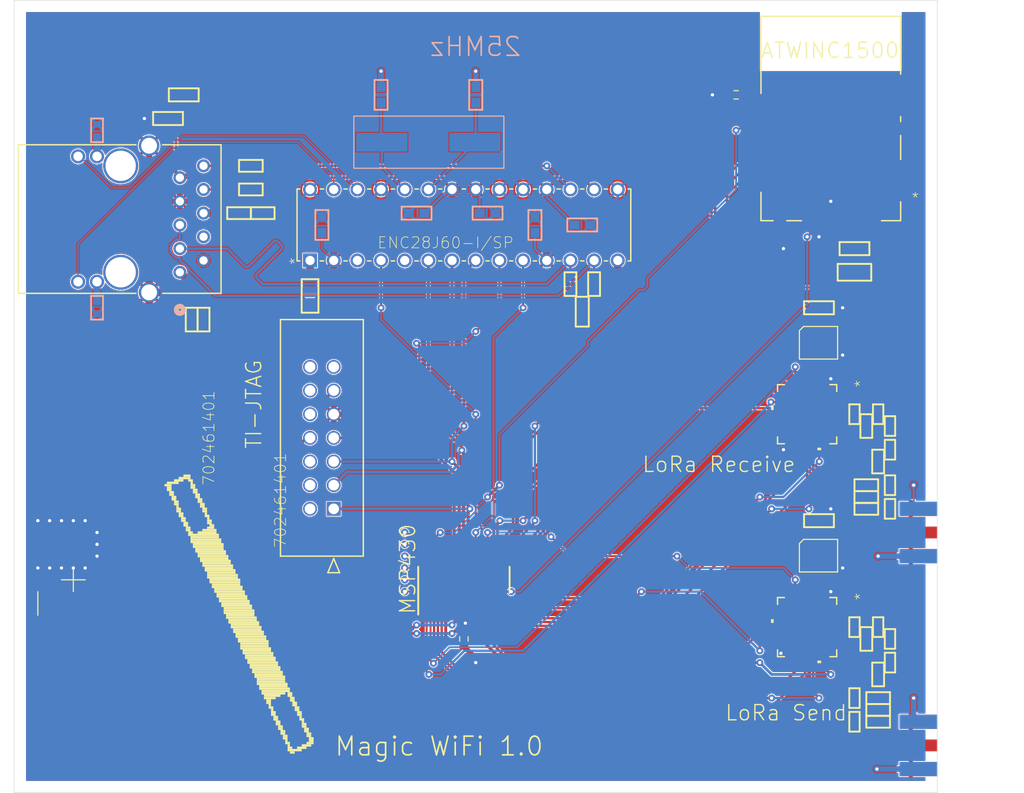
<source format=kicad_pcb>
(kicad_pcb (version 20221018) (generator pcbnew)
  (layers (0 "F.Cu" signal) (31 "B.Cu" signal) (34 "B.Paste" user) (35 "F.Paste" user) (36 "B.SilkS" user "B.Silkscreen") (37 "F.SilkS" user "F.Silkscreen") (38 "B.Mask" user) (39 "F.Mask" user) (44 "Edge.Cuts" user))
  (net 0 "")
  (net 1 "GND")
  (net 2 "RFI")
  (net 3 "RFO")
  (net 4 "VR_PA")
  (net 5 "PA_BOOST")
  (net 6 "N$1")
  (net 7 "ANT1")
  (net 8 "ANT2")
  (net 9 "N$2")
  (net 10 "ANT2-2")
  (net 11 "ANT1-2")
  (net 12 "PA_BOOST2")
  (net 13 "VR_PA2")
  (net 14 "RFO2")
  (net 15 "RFI2")
  (net 16 "VC2PETH")
  (net 17 "VC2ETH")
  (net 18 "N$5")
  (net 19 "N$6")
  (net 20 "NC_1")
  (net 21 "RD_P")
  (net 22 "RD_N")
  (net 23 "N$8")
  (net 24 "TD_P")
  (net 25 "TD_C")
  (net 26 "3V3")
  (net 27 "N$4")
  (net 28 "LEDYN")
  (net 29 "LEDGN")
  (net 30 "N$7")
  (net 31 "N$9")
  (net 32 "N$10")
  (net 33 "OSC1_ETH")
  (net 34 "OSC2_ETH")
  (net 35 "LORA2_RST")
  (net 36 "LORA2_IRQ")
  (net 37 "LORA2_MOSI")
  (net 38 "LORA2_MISO")
  (net 39 "LORA2_SCK")
  (net 40 "LORA2_CHIPSEL")
  (net 41 "LORA2_TX")
  (net 42 "LORA1_RX")
  (net 43 "LORA1_CHIPSEL")
  (net 44 "LORA1_MISO")
  (net 45 "LORA1_MOSI")
  (net 46 "LORA1_SCK")
  (net 47 "LORA1_IRQ")
  (net 48 "~{ETH_CHIPSEL}")
  (net 49 "ETH_CLK")
  (net 50 "ETH_MOSI")
  (net 51 "ETH_MISO")
  (net 52 "N$14")
  (net 53 "N$15")
  (net 54 "TD_N")
  (net 55 "N$3")
  (net 56 "N$12")
  (net 57 "VR_ANA")
  (net 58 "VR_DIG")
  (net 59 "LORA1_RST")
  (net 60 "XTA2")
  (net 61 "XTA1")
  (net 62 "~{ATC_IRQ}")
  (net 63 "ATC_EN")
  (net 64 "ATC_MISO")
  (net 65 "ATC_SCK")
  (net 66 "ATC_MOSI")
  (net 67 "ATC_SPI_CFG")
  (net 68 "N$13")
  (net 69 "ATC_CHIPSEL")
  (net 70 "~{ETH_RST}")
  (net 71 "~{ETH_IRQ}")
  (net 72 "~{MSP_RST}")
  (net 73 "MSP_VCC")
  (net 74 "MSP_VCC_TAR")
  (net 75 "MSP_TEST")
  (net 76 "N$11")
  (net 77 "N$18")
  (net 78 "~{ATC_RST}")
  (net 79 "LORA1_IRQ2")
  (net 80 "LORA2_IRQ2")
  (net 81 "5.0")
  (net 82 "5.1")
  (net 83 "3.3")
  (net 84 "3.5")
  (net 85 "3.6")
  (net 86 "3.7")
  (footprint "Main_Brd:RES_0603" (layer "F.Cu") (at 176.4411 72.6186)
    (fp_text reference "R2" hide)
    (fp_text value "RC0603JR-070RL")
  )
  (footprint "Main_Brd:0603" (layer "F.Cu") (at 185.3311 95.4786 180)
    (fp_text reference "RD-GND2" hide)
    (fp_text value "0.1 uF")
  )
  (footprint "Main_Brd:0402" (layer "F.Cu") (at 161.2011 92.9386 90)
    (fp_text reference "RDP-GND0" hide)
    (fp_text value "49.9 Ohm")
  )
  (footprint "Main_Brd:_0402" (layer "F.Cu") (at 189.1411 137.3886 90)
    (fp_text reference "ANT1-ANT2\\1" hide)
    (fp_text value "8.2nH")
  )
  (footprint "Main_Brd:BARREL_CONN_EXTERN" (layer "F.Cu") (at 100.2411 125.9586 -90)
    (fp_text reference "U$7" hide)
    (fp_text value "BARREL_CONN_EXTERN" hide)
  )
  (footprint "Main_Brd:0805" (layer "F.Cu") (at 130.7211 94.2086 90)
    (fp_text reference "VCAPCLOSE0" hide)
    (fp_text value "10 uF")
  )
  (footprint "Main_Brd:0402" (layer "F.Cu") (at 190.4111 131.0386 -90)
    (fp_text reference "RFI-RFO1" hide)
    (fp_text value "1.5pF 50v Cer")
  )
  (footprint "Main_Brd:RES_0603" (layer "F.Cu") (at 163.7411 92.9386 90)
    (fp_text reference "RBIAS-GNDCLOSE0" hide)
    (fp_text value "2.32K 1%")
  )
  (footprint "Main_Brd:_0402" (layer "F.Cu") (at 192.9511 114.5286 90)
    (fp_text reference "ANT1-ANT2\\0" hide)
    (fp_text value "8.2nH")
  )
  (footprint "Main_Brd:SPDIP28_300MC_MCH" (layer "F.Cu") (at 130.7211 90.3986 90)
    (fp_text reference "ETH0")
    (fp_text value "ENC28J60-I/SP")
  )
  (footprint "Main_Brd:RES_0603" (layer "F.Cu") (at 147.2311 131.0386 -90)
    (fp_text reference "!MSP_RST!_3V3" hide)
    (fp_text value "47 kOhm")
  )
  (footprint "Main_Brd:SMA_EDGELAUNCH" (layer "F.Cu") (at 198.0311 119.6086 180)
    (fp_text reference "X1" hide)
    (fp_text value "")
  )
  (footprint "Main_Brd:0402" (layer "F.Cu") (at 123.1011 85.3186 180)
    (fp_text reference "VC2PETH-GND0" hide)
    (fp_text value "75 Ohm")
  )
  (footprint "Main_Brd:0603" (layer "F.Cu") (at 117.1711 72.6186)
    (fp_text reference "RD-GND1" hide)
    (fp_text value "0.1 uF")
  )
  (footprint "Main_Brd:_0402" (layer "F.Cu") (at 189.1411 139.9286 90)
    (fp_text reference "ANT2-ANT1" hide)
    (fp_text value "7.5nH" hide)
  )
  (footprint "Main_Brd:0402" (layer "F.Cu") (at 190.4111 114.5286)
    (fp_text reference "ANT1-GND0" hide)
    (fp_text value "4.7pF")
  )
  (footprint "Main_Brd:_0402" (layer "F.Cu") (at 192.9511 131.0386 -90)
    (fp_text reference "RFO-VR_PA1" hide)
    (fp_text value "33nH")
  )
  (footprint "Main_Brd:0402" (layer "F.Cu") (at 118.0211 96.7486 90)
    (fp_text reference "VC2ETH-GND0" hide)
    (fp_text value "75 Ohm")
  )
  (footprint "Main_Brd:0805" (layer "F.Cu") (at 189.1411 91.6686)
    (fp_text reference "R3" hide)
    (fp_text value "10 uF")
  )
  (footprint "Main_Brd:0603" (layer "F.Cu") (at 115.4811 75.1586 180)
    (fp_text reference "TCT-3V3" hide)
    (fp_text value "")
  )
  (footprint "Main_Brd:QFN28_6X6_SEM" (layer "F.Cu") (at 184.0611 129.7686 -90)
    (fp_text reference "LORA2")
    (fp_text value "SX1272IMLTRT" hide)
  )
  (footprint "Main_Brd:_0402" (layer "F.Cu") (at 192.9511 117.0686 90)
    (fp_text reference "ANT2-ANT3" hide)
    (fp_text value "7.5nH")
  )
  (footprint "Main_Brd:0402" (layer "F.Cu") (at 124.3711 82.7786)
    (fp_text reference "RDM-GND1" hide)
    (fp_text value "49.9 Ohm'" hide)
  )
  (footprint "Main_Brd:0402" (layer "F.Cu") (at 191.6811 134.8486 90)
    (fp_text reference "UNK10NH-ANT2" hide)
    (fp_text value "")
  )
  (footprint "Main_Brd:0402" (layer "F.Cu") (at 190.4111 108.1786 -90)
    (fp_text reference "RFI-RFO0" hide)
    (fp_text value "1.5pF 50v Cer")
  )
  (footprint "Main_Brd:0603" (layer "F.Cu") (at 189.1411 89.1286 180)
    (fp_text reference "RD-GND4" hide)
    (fp_text value "0.1 uF")
  )
  (footprint "Main_Brd:CON_702461401_MOL" (layer "F.Cu") (at 133.2611 117.0686 90)
    (fp_text reference "TI-JTAG0")
    (fp_text value "702461401")
  )
  (footprint "Main_Brd:ARJM11C7-114-BA-EW2_ABR" (layer "F.Cu") (at 116.7511 91.6686 90)
    (fp_text reference "U6")
    (fp_text value "ARJM11C7-114-BA-EW2" hide)
  )
  (footprint "Main_Brd:_0402" (layer "F.Cu") (at 191.6811 129.7686 -90)
    (fp_text reference "VR_PA-PA_BOOST1" hide)
    (fp_text value "33nH")
  )
  (footprint "Main_Brd:ATWINC15X0-MR210_MCH" (layer "F.Cu") (at 186.6011 75.1586)
    (fp_text reference "U1")
    (fp_text value "ATWINC1500-MR210PB1952-T" hide)
  )
  (footprint "Main_Brd:0402" (layer "F.Cu") (at 191.6811 139.9286 180)
    (fp_text reference "ANT2-GND3" hide)
    (fp_text value "4.7pF")
  )
  (footprint "Main_Brd:0603" (layer "F.Cu") (at 159.9311 95.8986 -90)
    (fp_text reference "RD-GND0" hide)
    (fp_text value "0.1 uF")
  )
  (footprint "Main_Brd:_0402" (layer "F.Cu") (at 192.9511 133.5786 90)
    (fp_text reference "RFO-33PF1" hide)
    (fp_text value "10nH" hide)
  )
  (footprint "Main_Brd:_0402" (layer "F.Cu") (at 191.6811 106.9086 -90)
    (fp_text reference "VR_PA-PA_BOOST0" hide)
    (fp_text value "33nH")
  )
  (footprint "Main_Brd:0402" (layer "F.Cu") (at 119.2911 96.7486 -90)
    (fp_text reference "VC2ETH-GNDC0" hide)
    (fp_text value "1nF")
  )
  (footprint "Main_Brd:0603" (layer "F.Cu") (at 185.3311 118.3386 180)
    (fp_text reference "RD-GND3" hide)
    (fp_text value "0.1 uF")
  )
  (footprint "Main_Brd:LOGOX10" (layer "F.Cu") (at 97.7011 145.0086)
    (fp_text reference "U$8" hide)
    (fp_text value "MAGICWIFI_X10" hide)
  )
  (footprint "Main_Brd:0402" (layer "F.Cu") (at 191.6811 138.6586 180)
    (fp_text reference "ANT2-GND2" hide)
    (fp_text value "4.7pF")
  )
  (footprint "Main_Brd:0402" (layer "F.Cu") (at 124.3711 80.2386)
    (fp_text reference "RDP-GND1" hide)
    (fp_text value "49.9 Ohm" hide)
  )
  (footprint "Main_Brd:SMA_EDGELAUNCH" (layer "F.Cu") (at 198.0311 142.4686 180)
    (fp_text reference "X2" hide)
    (fp_text value "")
  )
  (footprint "Main_Brd:0402" (layer "F.Cu") (at 190.4111 115.7986)
    (fp_text reference "ANT2-GND0" hide)
    (fp_text value "4.7pF")
  )
  (footprint "Main_Brd:0402" (layer "F.Cu") (at 125.6411 85.3186 180)
    (fp_text reference "VC2PETH-GNDC0" hide)
    (fp_text value "1nF")
  )
  (footprint "Main_Brd:_0402" (layer "F.Cu") (at 189.1411 106.9086 90)
    (fp_text reference "RFI-GND0" hide)
    (fp_text value "5.6 nH")
  )
  (footprint "Main_Brd:TCXO" (layer "F.Cu") (at 185.3311 122.1486)
    (fp_text reference "TCXO2" hide)
    (fp_text value "TCXO_32,000MHZ")
  )
  (footprint "Main_Brd:0402" (layer "F.Cu") (at 191.6811 111.9886 90)
    (fp_text reference "UNK10NH-ANT1" hide)
    (fp_text value "")
  )
  (footprint "Main_Brd:_0402" (layer "F.Cu") (at 189.1411 129.7686 90)
    (fp_text reference "RFI-GND1" hide)
    (fp_text value "5.6 nH")
  )
  (footprint "Main_Brd:_0402" (layer "F.Cu") (at 192.9511 108.1786 -90)
    (fp_text reference "RFO-VR_PA0" hide)
    (fp_text value "33nH")
  )
  (footprint "Main_Brd:QFN28_6X6_SEM" (layer "F.Cu") (at 184.0611 106.9086 -90)
    (fp_text reference "LORA1")
    (fp_text value "SX1272IMLTRT" hide)
  )
  (footprint "Main_Brd:0402" (layer "F.Cu") (at 191.6811 137.3886 180)
    (fp_text reference "ANT1-GND1" hide)
    (fp_text value "4.7pF")
  )
  (footprint "Main_Brd:TCXO" (layer "F.Cu") (at 185.3311 99.2886)
    (fp_text reference "TCXO1" hide)
    (fp_text value "TCXO_32,000MHZ")
  )
  (footprint "Main_Brd:_0402" (layer "F.Cu") (at 192.9511 110.7186 90)
    (fp_text reference "RFO-33PF0" hide)
    (fp_text value "10nH")
  )
  (footprint "Main_Brd:0402" (layer "F.Cu") (at 190.4111 117.0686)
    (fp_text reference "ANT2-GND1" hide)
    (fp_text value "4.7pF")
  )
  (footprint "Main_Brd:DBT0038A_M" (layer "F.Cu") (at 147.2311 124.6886 90)
    (fp_text reference "U3" hide)
    (fp_text value "MSP430FR2355TDBTRDBT0038A_M" hide)
  )
  (footprint "Main_Brd:0402" (layer "F.Cu") (at 158.6611 92.9386 90)
    (fp_text reference "RDM-GND0" hide)
    (fp_text value "49.9 Ohm'")
  )
  (footprint "Main_Brd:0603" (layer "B.Cu") (at 138.3411 72.6186 90)
    (fp_text reference "OSC2-GND0" hide)
    (fp_text value "180 pF")
  )
  (footprint "Main_Brd:0402" (layer "B.Cu") (at 107.8611 76.4286 90)
    (fp_text reference "LEDY0" hide)
    (fp_text value "")
  )
  (footprint "Main_Brd:2PAD-11.5X4.8" (layer "B.Cu") (at 143.4211 77.6986)
    (fp_text reference "U$2" hide)
    (fp_text value "J49SMH-P-G-G-K-25M0")
  )
  (footprint "Main_Brd:0603" (layer "B.Cu") (at 148.5011 72.6186 90)
    (fp_text reference "OSC1-GND0" hide)
    (fp_text value "14pF")
  )
  (footprint "Main_Brd:0402" (layer "B.Cu") (at 107.8611 95.4786 -90)
    (fp_text reference "LEDG0" hide)
    (fp_text value "")
  )
  (footprint "Main_Brd:0603" (layer "B.Cu") (at 131.9911 86.5886 90)
    (fp_text reference "VSS-VDD_ETH0" hide)
    (fp_text value "0.1 uF")
  )
  (footprint "Main_Brd:0603" (layer "B.Cu") (at 142.1511 85.3186)
    (fp_text reference "VSSOSC-VDDOSC0" hide)
    (fp_text value "0.1 uF")
  )
  (footprint "Main_Brd:0603" (layer "B.Cu") (at 159.9311 86.5886)
    (fp_text reference "VSSTX-VDDTX0" hide)
    (fp_text value "0.1 uF")
  )
  (footprint "Main_Brd:0603" (layer "B.Cu") (at 149.7711 85.3186 180)
    (fp_text reference "VSSPLL-VDDPLL0" hide)
    (fp_text value "0.1 uF")
  )
  (footprint "Main_Brd:0603" (layer "B.Cu") (at 154.8511 86.5886 90)
    (fp_text reference "VSSRX-VDDRX0" hide)
    (fp_text value "0.1 uF")
  )
  (gr_line (start 98.9711 62.4586) (end 198.0311 62.4586) (stroke (width 0.05)) (layer "Edge.Cuts"))
  (gr_line (start 198.0311 62.4586) (end 198.0311 147.5486) (stroke (width 0.05)) (layer "Edge.Cuts"))
  (gr_line (start 98.9711 62.4586) (end 98.9711 147.5486) (stroke (width 0.05)) (layer "Edge.Cuts"))
  (gr_line (start 198.0311 147.5486) (end 98.9711 147.5486) (stroke (width 0.05)) (layer "Edge.Cuts"))
  (gr_text "25MHz" (at 143.4211 66.2686) (layer "B.SilkS") (effects (font (size 2.009648 2.009648) (thickness 0.174752)) (justify right top mirror)))
  (gr_text "MSP430" (at 142.1511 128.4986 90) (layer "F.SilkS") (effects (font (size 1.63576 1.63576) (thickness 0.14224)) (justify left bottom)))
  (gr_text "Magic WiFi 1.0" (at 133.2611 143.7386) (layer "F.SilkS") (effects (font (size 2.009648 2.009648) (thickness 0.174752)) (justify left bottom)))
  (gr_text "TI-JTAG" (at 125.6411 110.7186 90) (layer "F.SilkS") (effects (font (size 1.63576 1.63576) (thickness 0.14224)) (justify left bottom)))
  (gr_text "LoRa Send" (at 175.1711 139.9286) (layer "F.SilkS") (effects (font (size 1.63576 1.63576) (thickness 0.14224)) (justify left bottom)))
  (gr_text "ATWINC1500" (at 178.9811 68.8086) (layer "F.SilkS") (effects (font (size 1.63576 1.63576) (thickness 0.14224)) (justify left bottom)))
  (gr_text "LoRa Receive" (at 166.2811 113.2586) (layer "F.SilkS") (effects (font (size 1.63576 1.63576) (thickness 0.14224)) (justify left bottom)))
  (segment (start 181.7047 104.3686) (end 182.1111 104.3686) (width 0.3048) (layer "F.Cu") (net 1))
  (segment (start 189.1411 106.4006) (end 188.951287 106.4006) (width 0.6096) (layer "F.Cu") (net 1))
  (segment (start 113.4491 78.0796) (end 113.4491 79.7306) (width 0.6096) (layer "F.Cu") (net 1))
  (segment (start 190.2239 129.5814) (end 190.4111 129.5814) (width 0.6096) (layer "F.Cu") (net 1))
  (segment (start 182.2011 104.9586) (end 182.4863 104.6734) (width 0.3048) (layer "F.Cu") (net 1))
  (segment (start 186.0111 131.7186) (end 187.0075 131.7186) (width 0.254) (layer "F.Cu") (net 1))
  (segment (start 184.1811 98.3386) (end 183.8611 98.0186) (width 0.8128) (layer "F.Cu") (net 1))
  (segment (start 185.3311 106.9086) (end 184.0611 108.1786) (width 0.8128) (layer "F.Cu") (net 1))
  (segment (start 187.2811 108.8586) (end 187.8711 109.4486) (width 0.6096) (layer "F.Cu") (net 1))
  (segment (start 184.4811 118.3386) (end 184.0465 117.904) (width 0.6096) (layer "F.Cu") (net 1))
  (segment (start 183.910856 117.904) (end 183.421493 117.414638) (width 0.6096) (layer "F.Cu") (net 1))
  (segment (start 187.0075 129.1186) (end 186.9925 129.1336) (width 0.254) (layer "F.Cu") (net 1))
  (segment (start 192.9511 137.3886) (end 192.3311 137.3886) (width 0.6096) (layer "F.Cu") (net 1))
  (segment (start 184.0611 106.9086) (end 185.3311 106.9086) (width 0.3048) (layer "F.Cu") (net 1))
  (segment (start 177.7791 75.2266) (end 177.7111 75.1586) (width 0.6096) (layer "F.Cu") (net 1))
  (segment (start 184.1811 121.1986) (end 184.1811 121.9714) (width 0.6096) (layer "F.Cu") (net 1))
  (segment (start 148.5011 84.0486) (end 148.5011 82.7786) (width 0.8128) (layer "F.Cu") (net 1))
  (segment (start 182.1111 126.8222) (end 182.1335 126.8446) (width 0.254) (layer "F.Cu") (net 1))
  (segment (start 186.9925 129.1336) (end 185.9661 129.1336) (width 0.254) (layer "F.Cu") (net 1))
  (segment (start 192.824221 71.309004) (end 192.784625 71.3486) (width 0.6096) (layer "F.Cu") (net 1))
  (segment (start 184.4811 120.8986) (end 184.1811 121.1986) (width 0.254) (layer "F.Cu") (net 1))
  (segment (start 192.9511 139.9286) (end 192.3311 139.9286) (width 0.6096) (layer "F.Cu") (net 1))
  (segment (start 190.2714 89.1286) (end 190.5 88.9) (width 0.6096) (layer "F.Cu") (net 1))
  (segment (start 182.9793 132.192869) (end 182.9793 132.4968) (width 0.254) (layer "F.Cu") (net 1))
  (segment (start 189.1411 106.4006) (end 189.3999 106.6594) (width 0.6096) (layer "F.Cu") (net 1))
  (segment (start 182.7611 109.855) (end 182.7611 108.2086) (width 0.3048) (layer "F.Cu") (net 1))
  (segment (start 113.4491 93.8276) (end 113.4491 91.1606) (width 0.8128) (layer "F.Cu") (net 1))
  (segment (start 184.0611 106.9086) (end 185.3311 108.1786) (width 0.3048) (layer "F.Cu") (net 1))
  (segment (start 187.0479 129.159) (end 187.0075 129.1186) (width 0.6096) (layer "F.Cu") (net 1))
  (segment (start 105.327537 131.0386) (end 104.0511 131.0386) (width 2.54) (layer "F.Cu") (net 1))
  (segment (start 113.4491 78.0796) (end 112.9411 77.5716) (width 0.6096) (layer "F.Cu") (net 1))
  (segment (start 181.1147 104.9586) (end 182.2011 104.9586) (width 0.3048) (layer "F.Cu") (net 1))
  (segment (start 184.1811 96.7486) (end 184.1811 98.3386) (width 0.8128) (layer "F.Cu") (net 1))
  (segment (start 156.1211 82.7786) (end 156.1211 84.0486) (width 0.8128) (layer "F.Cu") (net 1))
  (segment (start 182.1111 127.161) (end 181.4535 127.8186) (width 0.254) (layer "F.Cu") (net 1))
  (segment (start 133.2611 90.3986) (end 133.2611 92.9386) (width 0.8128) (layer "F.Cu") (net 1))
  (segment (start 134.5311 106.9086) (end 133.2611 106.9086) (width 0.6096) (layer "F.Cu") (net 1))
  (segment (start 116.7511 85.3186) (end 116.7511 84.0486) (width 0.6096) (layer "F.Cu") (net 1))
  (segment (start 145.9611 82.7786) (end 145.9611 84.0486) (width 0.8128) (layer "F.Cu") (net 1))
  (segment (start 186.6011 106.2586) (end 185.9811 106.2586) (width 0.3048) (layer "F.Cu") (net 1))
  (segment (start 163.7411 93.7336) (end 164.2161 94.2086) (width 0.6096) (layer "F.Cu") (net 1))
  (segment (start 147.2311 126.481338) (end 147.2311 125.9586) (width 0.254) (layer "F.Cu") (net 1))
  (segment (start 193.966103 71.1566) (end 195.2991 71.1566) (width 0.6096) (layer "F.Cu") (net 1))
  (segment (start 162.9461 93.7336) (end 163.7411 93.7336) (width 0.6096) (layer "F.Cu") (net 1))
  (segment (start 190.0911 91.6686) (end 190.0911 89.2286) (width 0.8128) (layer "F.Cu") (net 1))
  (segment (start 115.4811 84.0486) (end 116.7511 84.0486) (width 0.6096) (layer "F.Cu") (net 1))
  (segment (start 179.236096 75.2266) (end 179.304096 75.1586) (width 0.6096) (layer "F.Cu") (net 1))
  (segment (start 186.1161 79.7486) (end 185.3311 78.9636) (width 1.27) (layer "F.Cu") (net 1))
  (segment (start 187.0075 106.2586) (end 186.6011 106.2586) (width 0.6096) (layer "F.Cu") (net 1))
  (segment (start 183.8611 120.8786) (end 182.7911 120.8786) (width 0.6096) (layer "F.Cu") (net 1))
  (segment (start 113.8301 77.6986) (end 113.4491 78.0796) (width 0.6096) (layer "F.Cu") (net 1))
  (segment (start 164.2161 94.2086) (end 165.0111 94.2086) (width 0.6096) (layer "F.Cu") (net 1))
  (segment (start 189.7611 114.5286) (end 189.7611 113.8786) (width 0.6096) (layer "F.Cu") (net 1))
  (segment (start 189.7611 117.7186) (end 189.1411 118.3386) (width 0.6096) (layer "F.Cu") (net 1))
  (segment (start 133.2611 105.68305) (end 133.2611 106.9086) (width 0.6096) (layer "F.Cu") (net 1))
  (segment (start 189.692481 106.7214) (end 190.4111 106.7214) (width 0.6096) (layer "F.Cu") (net 1))
  (segment (start 162.4711 94.2086) (end 162.9461 93.7336) (width 0.6096) (layer "F.Cu") (net 1))
  (segment (start 187.0075 131.7186) (end 187.2811 131.7186) (width 0.6096) (layer "F.Cu") (net 1))
  (segment (start 192.3311 139.9286) (end 192.3311 138.6586) (width 0.6096) (layer "F.Cu") (net 1))
  (segment (start 186.1161 79.7486) (end 184.0611 77.6936) (width 1.27) (layer "F.Cu") (net 1))
  (segment (start 189.7611 115.7986) (end 189.7611 117.0686) (width 0.6096) (layer "F.Cu") (net 1))
  (segment (start 190.0911 89.2286) (end 189.9911 89.1286) (width 0.2) (layer "F.Cu") (net 1))
  (segment (start 185.772118 108.1786) (end 185.3311 108.1786) (width 0.6096) (layer "F.Cu") (net 1))
  (segment (start 190.0903 106.4006) (end 189.1411 106.4006) (width 0.6096) (layer "F.Cu") (net 1))
  (segment (start 187.603281 106.299) (end 187.0479 106.299) (width 0.6096) (layer "F.Cu") (net 1))
  (segment (start 159.9311 98.0186) (end 159.9311 96.7486) (width 0.6096) (layer "F.Cu") (net 1))
  (segment (start 181.1147 127.8186) (end 180.8411 127.8186) (width 0.6096) (layer "F.Cu") (net 1))
  (segment (start 183.515 82.3497) (end 186.1161 79.7486) (width 1.27) (layer "F.Cu") (net 1))
  (segment (start 182.7611 131.0686) (end 182.7911 131.0386) (width 0.254) (layer "F.Cu") (net 1))
  (segment (start 187.7695 129.159) (end 187.0479 129.159) (width 0.6096) (layer "F.Cu") (net 1))
  (segment (start 147.7311 127.7386) (end 147.6605 127.668) (width 0.254) (layer "F.Cu") (net 1))
  (segment (start 190.4111 88.7086) (end 189.9911 89.1286) (width 0.6096) (layer "F.Cu") (net 1))
  (segment (start 189.7611 114.5286) (end 187.8711 114.5286) (width 0.6096) (layer "F.Cu") (net 1))
  (segment (start 181.4535 127.8186) (end 182.1335 128.4986) (width 0.254) (layer "F.Cu") (net 1))
  (segment (start 182.1111 104.8686) (end 182.2011 104.9586) (width 0.3048) (layer "F.Cu") (net 1))
  (segment (start 158.6611 96.7486) (end 159.9311 96.7486) (width 0.6096) (layer "F.Cu") (net 1))
  (segment (start 181.1147 127.8186) (end 181.4535 127.8186) (width 0.254) (layer "F.Cu") (net 1))
  (segment (start 179.304096 75.1586) (end 181.5211 75.1586) (width 0.6096) (layer "F.Cu") (net 1))
  (segment (start 163.7411 93.7336) (end 163.2661 94.2086) (width 0.6096) (layer "F.Cu") (net 1))
  (segment (start 148.5011 82.7786) (end 145.9611 82.7786) (width 0.8128) (layer "F.Cu") (net 1))
  (segment (start 163.2661 94.2086) (end 162.4711 94.2086) (width 0.6096) (layer "F.Cu") (net 1))
  (segment (start 186.1161 79.7486) (end 188.1661 77.6986) (width 1.27) (layer "F.Cu") (net 1))
  (segment (start 187.0075 129.1186) (end 186.7893 128.9004) (width 0.254) (layer "F.Cu") (net 1))
  (segment (start 192.3311 138.6586) (end 192.3311 137.3886) (width 0.6096) (layer "F.Cu") (net 1))
  (segment (start 186.1161 79.7486) (end 186.6061 80.2386) (width 1.27) (layer "F.Cu") (net 1))
  (segment (start 182.1111 104.3686) (end 182.1111 103.9622) (width 0.3048) (layer "F.Cu") (net 1))
  (segment (start 119.2911 90.3986) (end 119.2911 89.1286) (width 0.8128) (layer "F.Cu") (net 1))
  (segment (start 183.421493 117.414638) (end 183.421493 117.264394) (width 0.6096) (layer "F.Cu") (net 1))
  (segment (start 184.4811 119.6086) (end 184.4811 120.8986) (width 0.254) (layer "F.Cu") (net 1))
  (segment (start 187.0075 129.1186) (end 186.7893 129.3368) (width 0.254) (layer "F.Cu") (net 1))
  (segment (start 147.6605 127.668) (end 147.6605 126.910738) (width 0.254) (layer "F.Cu") (net 1))
  (segment (start 189.630481 106.6594) (end 189.692481 106.7214) (width 0.6096) (layer "F.Cu") (net 1))
  (segment (start 184.1811 121.9714) (end 184.0611 122.0914) (width 0.6096) (layer "F.Cu") (net 1))
  (segment (start 186.1161 79.7486) (end 185.3311 80.5336) (width 1.27) (layer "F.Cu") (net 1))
  (segment (start 113.4491 93.8276) (end 113.4491 95.9866) (width 0.8128) (layer "F.Cu") (net 1))
  (segment (start 186.485368 128.9004) (end 186.083568 128.4986) (width 0.254) (layer "F.Cu") (net 1))
  (segment (start 182.7611 132.715) (end 182.7611 131.0686) (width 0.254) (layer "F.Cu") (net 1))
  (segment (start 186.1161 79.7486) (end 188.2825 81.915) (width 1.27) (layer "F.Cu") (net 1))
  (segment (start 193.966103 71.1566) (end 193.8137 71.309004) (width 0.6096) (layer "F.Cu") (net 1))
  (segment (start 113.4491 79.7814) (end 113.4491 78.0796) (width 0.6096) (layer "F.Cu") (net 1))
  (segment (start 182.4863 104.6734) (end 182.7911 104.6734) (width 0.3048) (layer "F.Cu") (net 1))
  (segment (start 181.5211 126.2322) (end 181.5211 125.9586) (width 0.6096) (layer "F.Cu") (net 1))
  (segment (start 184.1811 121.1986) (end 183.8611 120.8786) (width 0.6096) (layer "F.Cu") (net 1))
  (segment (start 184.1811 121.1986) (end 184.5011 120.8786) (width 0.6096) (layer "F.Cu") (net 1))
  (segment (start 164.5361 93.7336) (end 163.7411 93.7336) (width 0.6096) (layer "F.Cu") (net 1))
  (segment (start 186.1161 79.7486) (end 185.3361 78.9686) (width 1.27) (layer "F.Cu") (net 1))
  (segment (start 189.7611 117.0686) (end 189.7611 117.7186) (width 0.6096) (layer "F.Cu") (net 1))
  (segment (start 182.1111 104.3686) (end 182.1111 104.8686) (width 0.3048) (layer "F.Cu") (net 1))
  (segment (start 184.0465 117.904) (end 183.910856 117.904) (width 0.6096) (layer "F.Cu") (net 1))
  (segment (start 186.485368 129.3368) (end 186.053568 129.7686) (width 0.254) (layer "F.Cu") (net 1))
  (segment (start 133.2611 90.3986) (end 133.2611 89.1286) (width 0.8128) (layer "F.Cu") (net 1))
  (segment (start 187.8711 129.2606) (end 187.7695 129.159) (width 0.6096) (layer "F.Cu") (net 1))
  (segment (start 179.236096 75.2266) (end 177.7791 75.2266) (width 0.6096) (layer "F.Cu") (net 1))
  (segment (start 193.8137 71.309004) (end 192.824221 71.309004) (width 0.6096) (layer "F.Cu") (net 1))
  (segment (start 186.7893 129.3368) (end 186.485368 129.3368) (width 0.254) (layer "F.Cu") (net 1))
  (segment (start 186.411718 108.8182) (end 185.772118 108.1786) (width 0.6096) (layer "F.Cu") (net 1))
  (segment (start 189.1411 129.2606) (end 189.9031 129.2606) (width 0.6096) (layer "F.Cu") (net 1))
  (segment (start 184.5011 120.8786) (end 185.3311 120.8786) (width 0.6096) (layer "F.Cu") (net 1))
  (segment (start 182.7911 104.6734) (end 182.7911 105.6386) (width 0.3048) (layer "F.Cu") (net 1))
  (segment (start 133.2611 108.13415) (end 133.2611 106.9086) (width 0.6096) (layer "F.Cu") (net 1))
  (segment (start 187.0075 108.8586) (end 186.9671 108.8182) (width 0.6096) (layer "F.Cu") (net 1))
  (segment (start 182.7611 108.2086) (end 182.7911 108.1786) (width 0.3048) (layer "F.Cu") (net 1))
  (segment (start 116.7511 82.7786) (end 116.7511 84.0486) (width 0.6096) (layer "F.Cu") (net 1))
  (segment (start 189.7611 115.7986) (end 189.1411 115.7986) (width 0.6096) (layer "F.Cu") (net 1))
  (segment (start 147.6605 126.910738) (end 147.2311 126.481338) (width 0.254) (layer "F.Cu") (net 1))
  (segment (start 184.4811 118.3386) (end 184.4811 119.6086) (width 0.6096) (layer "F.Cu") (net 1))
  (segment (start 182.9793 132.4968) (end 182.7611 132.715) (width 0.254) (layer "F.Cu") (net 1))
  (segment (start 185.9811 106.2586) (end 185.3311 106.9086) (width 0.8128) (layer "F.Cu") (net 1))
  (segment (start 184.4811 96.4486) (end 184.1811 96.7486) (width 0.8128) (layer "F.Cu") (net 1))
  (segment (start 119.2911 72.6186) (end 118.0211 72.6186) (width 0.6096) (layer "F.Cu") (net 1))
  (segment (start 184.4811 118.3386) (end 182.7911 118.3386) (width 0.6096) (layer "F.Cu") (net 1))
  (segment (start 113.0681 77.6986) (end 113.4491 78.0796) (width 0.6096) (layer "F.Cu") (net 1))
  (segment (start 130.7211 95.1586) (end 130.4011 95.4786) (width 0.8128) (layer "F.Cu") (net 1))
  (segment (start 180.8411 127.8186) (end 180.2511 127.2286) (width 0.6096) (layer "F.Cu") (net 1))
  (segment (start 161.2011 96.7486) (end 159.9311 96.7486) (width 0.6096) (layer "F.Cu") (net 1))
  (segment (start 189.7611 113.8786) (end 189.1411 113.2586) (width 0.6096) (layer "F.Cu") (net 1))
  (segment (start 186.1161 79.7486) (end 185.6261 80.2386) (width 1.27) (layer "F.Cu") (net 1))
  (segment (start 113.4491 93.8276) (end 116.3701 93.8276) (width 0.8128) (layer "F.Cu") (net 1))
  (segment (start 188.951287 106.4006) (end 188.875087 106.3244) (width 0.6096) (layer "F.Cu") (net 1))
  (segment (start 189.9911 89.1286) (end 190.2714 89.1286) (width 0.6096) (layer "F.Cu") (net 1))
  (segment (start 104.0511 131.0386) (end 104.0511 135.1661) (width 2.54) (layer "F.Cu") (net 1))
  (segment (start 186.9671 108.8182) (end 186.411718 108.8182) (width 0.6096) (layer "F.Cu") (net 1))
  (segment (start 195.4911 145.0086) (end 195.9991 145.0086) (width 1.27) (layer "F.Cu") (net 1))
  (segment (start 192.784625 71.3486) (end 191.6811 71.3486) (width 0.6096) (layer "F.Cu") (net 1))
  (segment (start 104.0511 131.0386) (end 108.585 131.0386) (width 2.54) (layer "F.Cu") (net 1))
  (segment (start 186.1161 79.7486) (end 186.6011 80.2336) (width 1.27) (layer "F.Cu") (net 1))
  (segment (start 189.1411 129.2606) (end 187.8711 129.2606) (width 0.6096) (layer "F.Cu") (net 1))
  (segment (start 118.0211 84.0486) (end 116.7511 84.0486) (width 0.6096) (layer "F.Cu") (net 1))
  (segment (start 165.0111 94.2086) (end 164.5361 93.7336) (width 0.6096) (layer "F.Cu") (net 1))
  (segment (start 156.1211 90.3986) (end 156.1211 89.1286) (width 0.8128) (layer "F.Cu") (net 1))
  (segment (start 186.1161 79.7486) (end 187.6475 81.28) (width 1.27) (layer "F.Cu") (net 1))
  (segment (start 195.2991 71.1566) (end 195.4911 71.3486) (width 0.6096) (layer "F.Cu") (net 1))
  (segment (start 186.7893 128.9004) (end 186.485368 128.9004) (width 0.254) (layer "F.Cu") (net 1))
  (segment (start 188.875087 106.3244) (end 187.628681 106.3244) (width 0.6096) (layer "F.Cu") (net 1))
  (segment (start 187.0075 108.8586) (end 187.2811 108.8586) (width 0.6096) (layer "F.Cu") (net 1))
  (segment (start 104.0511 131.0386) (end 104.0511 127) (width 2.54) (layer "F.Cu") (net 1))
  (segment (start 189.7611 114.5286) (end 189.7611 115.7986) (width 0.6096) (layer "F.Cu") (net 1))
  (segment (start 189.7611 117.0686) (end 189.1411 117.0686) (width 0.6096) (layer "F.Cu") (net 1))
  (segment (start 186.1161 79.7486) (end 186.8961 78.9686) (width 1.27) (layer "F.Cu") (net 1))
  (segment (start 118.0211 73.8886) (end 118.0211 72.6186) (width 0.6096) (layer "F.Cu") (net 1))
  (segment (start 189.3999 106.6594) (end 189.630481 106.6594) (width 0.6096) (layer "F.Cu") (net 1))
  (segment (start 187.2811 131.7186) (end 187.8711 132.3086) (width 0.6096) (layer "F.Cu") (net 1))
  (segment (start 190.4111 88.7086) (end 190.4111 87.8586) (width 0.6096) (layer "F.Cu") (net 1))
  (segment (start 190.4111 106.7214) (end 190.0903 106.4006) (width 0.6096) (layer "F.Cu") (net 1))
  (segment (start 189.9031 129.2606) (end 190.2239 129.5814) (width 0.6096) (layer "F.Cu") (net 1))
  (segment (start 119.2911 90.3986) (end 119.2911 91.6686) (width 0.8128) (layer "F.Cu") (net 1))
  (segment (start 181.1147 104.9586) (end 181.7047 104.3686) (width 0.3048) (layer "F.Cu") (net 1))
  (segment (start 192.3311 138.6586) (end 192.9511 138.6586) (width 0.6096) (layer "F.Cu") (net 1))
  (segment (start 119.2911 90.3986) (end 118.0211 90.3986) (width 0.8128) (layer "F.Cu") (net 1))
  (segment (start 182.1111 103.9622) (end 181.1147 104.9586) (width 0.3048) (layer "F.Cu") (net 1))
  (segment (start 118.0211 72.6186) (end 118.0211 71.3486) (width 0.6096) (layer "F.Cu") (net 1))
  (segment (start 189.9911 89.1286) (end 191.6811 89.1286) (width 0.6096) (layer "F.Cu") (net 1))
  (segment (start 182.1111 126.8222) (end 182.1111 127.161) (width 0.254) (layer "F.Cu") (net 1))
  (segment (start 182.1111 126.8222) (end 181.5211 126.2322) (width 0.6096) (layer "F.Cu") (net 1))
  (segment (start 184.4811 95.4786) (end 184.4811 96.4486) (width 0.8128) (layer "F.Cu") (net 1))
  (segment (start 119.2911 90.3986) (end 120.5611 90.3986) (width 0.8128) (layer "F.Cu") (net 1))
  (via (at 191.550175 145.0086) (size 0.7564) (drill 0.35) (layers "F.Cu" "B.Cu") (net 1))
  (via (at 148.5011 70.0786) (size 0.7564) (drill 0.35) (layers "F.Cu" "B.Cu") (net 1))
  (via (at 195.4911 114.5286) (size 0.7564) (drill 0.35) (layers "F.Cu" "B.Cu") (net 1))
  (via (at 195.4911 137.3886) (size 0.7564) (drill 0.35) (layers "F.Cu" "B.Cu") (net 1))
  (via (at 138.3411 70.0786) (size 0.7564) (drill 0.35) (layers "F.Cu" "B.Cu") (net 1))
  (via (at 191.6811 122.1486) (size 0.7564) (drill 0.35) (layers "F.Cu" "B.Cu") (net 1))
  (segment (start 148.9211 83.1986) (end 148.5011 82.7786) (width 0.254) (layer "B.Cu") (net 1))
  (segment (start 154.8511 87.4386) (end 154.8511 89.1286) (width 0.254) (layer "B.Cu") (net 1))
  (segment (start 131.9911 87.4386) (end 131.9911 89.1286) (width 0.1524) (layer "B.Cu") (net 1))
  (segment (start 145.5411 82.7786) (end 143.0011 85.3186) (width 0.254) (layer "B.Cu") (net 1))
  (segment (start 154.8511 89.1286) (end 156.1211 90.3986) (width 0.254) (layer "B.Cu") (net 1))
  (segment (start 145.9611 82.7786) (end 145.5411 82.7786) (width 0.254) (layer "B.Cu") (net 1))
  (segment (start 195.9991 122.1486) (end 191.6811 122.1486) (width 0.6096) (layer "B.Cu") (net 1))
  (segment (start 195.9991 139.9286) (end 195.4911 139.4206) (width 0.6096) (layer "B.Cu") (net 1))
  (segment (start 195.9991 117.0686) (end 195.4911 116.5606) (width 0.254) (layer "B.Cu") (net 1))
  (segment (start 195.4911 139.4206) (end 195.4911 137.3886) (width 0.6096) (layer "B.Cu") (net 1))
  (segment (start 195.9991 145.0086) (end 191.550175 145.0086) (width 0.6096) (layer "B.Cu") (net 1))
  (segment (start 148.9211 85.3186) (end 148.9211 83.1986) (width 0.254) (layer "B.Cu") (net 1))
  (segment (start 138.3411 71.7686) (end 138.3411 70.0786) (width 0.6096) (layer "B.Cu") (net 1))
  (segment (start 148.5011 71.7686) (end 148.5011 70.0786) (width 0.6096) (layer "B.Cu") (net 1))
  (segment (start 159.0811 86.5886) (end 156.1211 83.6286) (width 0.254) (layer "B.Cu") (net 1))
  (segment (start 131.9911 89.1286) (end 133.2611 90.3986) (width 0.1524) (layer "B.Cu") (net 1))
  (segment (start 195.4911 116.5606) (end 195.4911 114.5286) (width 0.254) (layer "B.Cu") (net 1))
  (segment (start 156.1211 83.6286) (end 156.1211 82.7786) (width 0.254) (layer "B.Cu") (net 1))
  (segment (start 189.1411 107.4166) (end 188.6331 106.9086) (width 0.254) (layer "F.Cu") (net 2))
  (segment (start 190.2991 107.4166) (end 190.4111 107.5286) (width 0.1524) (layer "F.Cu") (net 2))
  (segment (start 188.6331 106.9086) (end 187.0075 106.9086) (width 0.254) (layer "F.Cu") (net 2))
  (segment (start 190.2991 107.4166) (end 189.1411 107.4166) (width 0.254) (layer "F.Cu") (net 2))
  (segment (start 188.287968 107.5586) (end 188.725368 107.996) (width 0.254) (layer "F.Cu") (net 3))
  (segment (start 192.8091 108.8286) (end 192.9511 108.6866) (width 0.1524) (layer "F.Cu") (net 3))
  (segment (start 188.725368 107.996) (end 189.5785 107.996) (width 0.254) (layer "F.Cu") (net 3))
  (segment (start 190.4111 108.8286) (end 192.8091 108.8286) (width 0.254) (layer "F.Cu") (net 3))
  (segment (start 189.5785 107.996) (end 190.4111 108.8286) (width 0.254) (layer "F.Cu") (net 3))
  (segment (start 192.9511 110.2106) (end 192.9511 108.6866) (width 0.254) (layer "F.Cu") (net 3))
  (segment (start 187.0075 107.5586) (end 188.287968 107.5586) (width 0.254) (layer "F.Cu") (net 3))
  (segment (start 192.9511 107.6706) (end 192.432387 107.151888) (width 0.254) (layer "F.Cu") (net 4))
  (segment (start 192.432387 107.151888) (end 192.432387 104.9586) (width 0.254) (layer "F.Cu") (net 4))
  (segment (start 191.9351 107.6706) (end 191.6811 107.4166) (width 0.1524) (layer "F.Cu") (net 4))
  (segment (start 192.432387 104.9586) (end 187.0075 104.9586) (width 0.254) (layer "F.Cu") (net 4))
  (segment (start 192.9511 107.6706) (end 191.9351 107.6706) (width 0.254) (layer "F.Cu") (net 4))
  (segment (start 190.8891 105.6086) (end 187.0075 105.6086) (width 0.254) (layer "F.Cu") (net 5))
  (segment (start 191.6811 106.4006) (end 190.8891 105.6086) (width 0.254) (layer "F.Cu") (net 5))
  (segment (start 191.7931 111.2266) (end 191.6811 111.3386) (width 0.1524) (layer "F.Cu") (net 6))
  (segment (start 192.9511 111.2266) (end 191.7931 111.2266) (width 0.254) (layer "F.Cu") (net 6))
  (segment (start 191.5691 114.0206) (end 191.0611 114.5286) (width 0.8128) (layer "F.Cu") (net 7))
  (segment (start 191.0611 113.3706) (end 191.6811 112.7506) (width 0.8128) (layer "F.Cu") (net 7))
  (segment (start 192.9511 114.0206) (end 191.5691 114.0206) (width 0.8128) (layer "F.Cu") (net 7))
  (segment (start 192.9511 114.0206) (end 191.6811 112.7506) (width 0.8128) (layer "F.Cu") (net 7))
  (segment (start 191.6811 112.7506) (end 191.6811 112.6386) (width 0.8128) (layer "F.Cu") (net 7))
  (segment (start 191.0611 114.5286) (end 191.0611 113.3706) (width 0.8128) (layer "F.Cu") (net 7))
  (segment (start 192.1891 115.7986) (end 191.0611 115.7986) (width 0.8128) (layer "F.Cu") (net 8))
  (segment (start 192.9511 115.0366) (end 192.1891 115.7986) (width 0.8128) (layer "F.Cu") (net 8))
  (segment (start 192.9511 116.5606) (end 192.1891 115.7986) (width 0.8128) (layer "F.Cu") (net 8))
  (segment (start 192.9511 115.0366) (end 192.9511 116.5606) (width 0.8128) (layer "F.Cu") (net 8))
  (segment (start 191.7931 134.0866) (end 191.6811 134.1986) (width 0.1524) (layer "F.Cu") (net 9))
  (segment (start 191.7931 134.0866) (end 192.9511 134.0866) (width 0.254) (layer "F.Cu") (net 9))
  (segment (start 189.9031 138.6586) (end 191.0311 138.6586) (width 0.254) (layer "F.Cu") (net 10))
  (segment (start 189.1411 137.8966) (end 189.9031 138.6586) (width 0.254) (layer "F.Cu") (net 10))
  (segment (start 189.9031 138.6586) (end 189.1411 139.4206) (width 0.254) (layer "F.Cu") (net 10))
  (segment (start 191.6811 135.4986) (end 190.2991 136.8806) (width 0.254) (layer "F.Cu") (net 11))
  (segment (start 190.2991 136.8806) (end 189.1411 136.8806) (width 0.254) (layer "F.Cu") (net 11))
  (segment (start 191.0311 137.3886) (end 190.8071 137.3886) (width 0.1524) (layer "F.Cu") (net 11))
  (segment (start 190.8071 137.3886) (end 190.2991 136.8806) (width 0.254) (layer "F.Cu") (net 11))
  (segment (start 191.6811 129.2606) (end 190.8891 128.4686) (width 0.254) (layer "F.Cu") (net 12))
  (segment (start 190.8891 128.4686) (end 187.0075 128.4686) (width 0.254) (layer "F.Cu") (net 12))
  (segment (start 192.2605 128.844869) (end 191.234231 127.8186) (width 0.254) (layer "F.Cu") (net 13))
  (segment (start 191.6811 130.2766) (end 191.9351 130.5306) (width 0.1524) (layer "F.Cu") (net 13))
  (segment (start 191.234231 127.8186) (end 187.0075 127.8186) (width 0.254) (layer "F.Cu") (net 13))
  (segment (start 192.9511 130.5306) (end 192.2605 129.84) (width 0.254) (layer "F.Cu") (net 13))
  (segment (start 191.9351 130.5306) (end 192.9511 130.5306) (width 0.254) (layer "F.Cu") (net 13))
  (segment (start 192.2605 129.84) (end 192.2605 128.844869) (width 0.254) (layer "F.Cu") (net 13))
  (segment (start 190.5531 131.5466) (end 192.9511 131.5466) (width 0.254) (layer "F.Cu") (net 14))
  (segment (start 188.287968 130.4186) (end 188.725368 130.856) (width 0.254) (layer "F.Cu") (net 14))
  (segment (start 188.725368 130.856) (end 189.5785 130.856) (width 0.254) (layer "F.Cu") (net 14))
  (segment (start 192.9511 131.5466) (end 192.9511 133.0706) (width 0.254) (layer "F.Cu") (net 14))
  (segment (start 190.4111 131.6886) (end 190.5531 131.5466) (width 0.1524) (layer "F.Cu") (net 14))
  (segment (start 189.5785 130.856) (end 190.4111 131.6886) (width 0.254) (layer "F.Cu") (net 14))
  (segment (start 187.0075 130.4186) (end 188.287968 130.4186) (width 0.254) (layer "F.Cu") (net 14))
  (segment (start 189.1411 130.2766) (end 190.2991 130.2766) (width 0.254) (layer "F.Cu") (net 15))
  (segment (start 188.7093 129.8448) (end 187.629112 129.8448) (width 0.254) (layer "F.Cu") (net 15))
  (segment (start 187.552912 129.7686) (end 187.0075 129.7686) (width 0.254) (layer "F.Cu") (net 15))
  (segment (start 189.1411 130.2766) (end 188.7093 129.8448) (width 0.254) (layer "F.Cu") (net 15))
  (segment (start 187.629112 129.8448) (end 187.552912 129.7686) (width 0.254) (layer "F.Cu") (net 15))
  (segment (start 190.2991 130.2766) (end 190.4111 130.3886) (width 0.1524) (layer "F.Cu") (net 15))
  (segment (start 119.2911 85.3186) (end 122.4511 85.3186) (width 0.8128) (layer "F.Cu") (net 16))
  (segment (start 116.7511 91.6686) (end 118.0211 92.9386) (width 0.8128) (layer "F.Cu") (net 17))
  (segment (start 118.0211 92.9386) (end 118.0211 96.0986) (width 0.8128) (layer "F.Cu") (net 17))
  (segment (start 118.0211 97.3986) (end 119.2911 97.3986) (width 0.6096) (layer "F.Cu") (net 18))
  (segment (start 123.7511 85.3186) (end 124.9911 85.3186) (width 0.8128) (layer "F.Cu") (net 19))
  (segment (start 161.2011 92.2886) (end 161.2011 90.3986) (width 0.254) (layer "F.Cu") (net 21))
  (segment (start 117.0432 90.6907) (end 117.156162 90.6907) (width 0.254) (layer "B.Cu") (net 21))
  (segment (start 115.7732 89.533663) (end 116.346037 90.1065) (width 0.254) (layer "B.Cu") (net 21))
  (segment (start 117.729 91.263538) (end 117.729 91.3765) (width 0.254) (layer "B.Cu") (net 21))
  (segment (start 117.156162 90.6907) (end 117.729 91.263538) (width 0.254) (layer "B.Cu") (net 21))
  (segment (start 116.346037 90.1065) (end 116.7511 90.1065) (width 0.254) (layer "B.Cu") (net 21))
  (segment (start 115.7732 88.723538) (end 115.7732 89.533663) (width 0.254) (layer "B.Cu") (net 21))
  (segment (start 116.7511 90.3986) (end 117.0432 90.6907) (width 0.254) (layer "B.Cu") (net 21))
  (segment (start 120.5611 94.2086) (end 157.3911 94.2086) (width 0.254) (layer "B.Cu") (net 21))
  (segment (start 157.3911 94.2086) (end 161.2011 90.3986) (width 0.254) (layer "B.Cu") (net 21))
  (segment (start 117.729 91.3765) (end 120.5611 94.2086) (width 0.254) (layer "B.Cu") (net 21))
  (segment (start 116.346037 88.1507) (end 115.7732 88.723538) (width 0.254) (layer "B.Cu") (net 21))
  (segment (start 116.7511 90.1065) (end 116.7511 90.3986) (width 0.254) (layer "B.Cu") (net 21))
  (segment (start 116.7511 88.1507) (end 116.346037 88.1507) (width 0.254) (layer "B.Cu") (net 21))
  (segment (start 116.7511 86.5886) (end 116.7511 88.1507) (width 0.254) (layer "B.Cu") (net 21))
  (segment (start 158.6611 92.2886) (end 158.6611 90.3986) (width 0.254) (layer "F.Cu") (net 22))
  (segment (start 127.727284 88.85622) (end 127.751452 88.977722) (width 0.254) (layer "B.Cu") (net 22))
  (segment (start 127.264406 88.359163) (end 127.658459 88.753216) (width 0.254) (layer "B.Cu") (net 22))
  (segment (start 125.0061 91.854588) (end 124.937275 91.957592) (width 0.254) (layer "B.Cu") (net 22))
  (segment (start 127.658459 88.753216) (end 127.658459 88.753215) (width 0.254) (layer "B.Cu") (net 22))
  (segment (start 126.815393 88.359163) (end 126.815392 88.359164) (width 0.254) (layer "B.Cu") (net 22))
  (segment (start 116.7511 89.1286) (end 121.8311 89.1286) (width 0.254) (layer "B.Cu") (net 22))
  (segment (start 125.6411 92.9386) (end 156.1211 92.9386) (width 0.254) (layer "B.Cu") (net 22))
  (segment (start 123.714021 91.011523) (end 123.817026 91.080348) (width 0.254) (layer "B.Cu") (net 22))
  (segment (start 127.039899 88.266169) (end 127.264406 88.359163) (width 0.254) (layer "B.Cu") (net 22))
  (segment (start 125.0061 92.3036) (end 125.6411 92.9386) (width 0.254) (layer "B.Cu") (net 22))
  (segment (start 124.163034 91.011522) (end 126.815393 88.359163) (width 0.254) (layer "B.Cu") (net 22))
  (segment (start 126.815392 88.359164) (end 126.918397 88.290338) (width 0.254) (layer "B.Cu") (net 22))
  (segment (start 127.751452 88.977722) (end 127.658459 89.202229) (width 0.254) (layer "B.Cu") (net 22))
  (segment (start 123.817026 91.080348) (end 123.938528 91.104516) (width 0.254) (layer "B.Cu") (net 22))
  (segment (start 127.658459 89.202229) (end 125.0061 91.854588) (width 0.254) (layer "B.Cu") (net 22))
  (segment (start 121.8311 89.1286) (end 123.714021 91.011522) (width 0.254) (layer "B.Cu") (net 22))
  (segment (start 123.938528 91.104516) (end 124.163034 91.011522) (width 0.254) (layer "B.Cu") (net 22))
  (segment (start 156.1211 92.9386) (end 158.6611 90.3986) (width 0.254) (layer "B.Cu") (net 22))
  (segment (start 126.918397 88.290338) (end 127.039899 88.266169) (width 0.254) (layer "B.Cu") (net 22))
  (segment (start 127.658459 88.753215) (end 127.727284 88.85622) (width 0.254) (layer "B.Cu") (net 22))
  (segment (start 124.913107 92.079094) (end 125.0061 92.3036) (width 0.254) (layer "B.Cu") (net 22))
  (segment (start 123.714021 91.011522) (end 123.714021 91.011523) (width 0.254) (layer "B.Cu") (net 22))
  (segment (start 124.937275 91.957592) (end 124.913107 92.079094) (width 0.254) (layer "B.Cu") (net 22))
  (segment (start 159.9311 94.8586) (end 159.9311 95.0486) (width 0.254) (layer "F.Cu") (net 23))
  (segment (start 161.2011 93.5886) (end 159.9311 94.8586) (width 0.254) (layer "F.Cu") (net 23))
  (segment (start 159.9311 95.0486) (end 159.9311 94.2086) (width 0.254) (layer "F.Cu") (net 23))
  (segment (start 158.6611 93.5886) (end 159.9311 94.8586) (width 0.254) (layer "F.Cu") (net 23))
  (segment (start 158.6611 93.5886) (end 159.3111 93.5886) (width 0.254) (layer "F.Cu") (net 23))
  (segment (start 159.9311 93.5886) (end 161.2011 93.5886) (width 0.254) (layer "F.Cu") (net 23))
  (segment (start 158.6611 93.5886) (end 159.9311 93.5886) (width 0.254) (layer "F.Cu") (net 23))
  (segment (start 161.2011 93.5886) (end 160.5511 93.5886) (width 0.254) (layer "F.Cu") (net 23))
  (segment (start 160.5511 93.5886) (end 159.9311 94.2086) (width 0.254) (layer "F.Cu") (net 23))
  (segment (start 159.9311 93.5886) (end 159.9311 94.2086) (width 0.254) (layer "F.Cu") (net 23))
  (segment (start 159.3111 93.5886) (end 159.9311 94.2086) (width 0.254) (layer "F.Cu") (net 23))
  (segment (start 151.6761 78.696057) (end 151.554598 78.720225) (width 0.254) (layer "F.Cu") (net 24))
  (segment (start 151.451594 78.789051) (end 151.3586 79.013557) (width 0.254) (layer "F.Cu") (net 24))
  (segment (start 152.186063 78.892055) (end 152.117237 78.789051) (width 0.254) (layer "F.Cu") (net 24))
  (segment (start 152.303225 80.145606) (end 152.210231 79.9211) (width 0.254) (layer "F.Cu") (net 24))
  (segment (start 151.334432 80.042602) (end 151.265606 80.145606) (width 0.254) (layer "F.Cu") (net 24))
  (segment (start 156.1211 80.2386) (end 152.527731 80.2386) (width 0.254) (layer "F.Cu") (net 24))
  (segment (start 151.3586 79.013557) (end 151.3586 79.9211) (width 0.254) (layer "F.Cu") (net 24))
  (segment (start 121.724918 79.883) (end 123.0917 79.883) (width 0.254) (layer "F.Cu") (net 24))
  (segment (start 151.554598 78.720225) (end 151.451594 78.789051) (width 0.254) (layer "F.Cu") (net 24))
  (segment (start 152.210231 79.9211) (end 152.210231 79.013557) (width 0.254) (layer "F.Cu") (net 24))
  (segment (start 123.0917 79.883) (end 123.0917 79.672869) (width 0.254) (layer "F.Cu") (net 24))
  (segment (start 123.0917 79.672869) (end 123.255368 79.5092) (width 0.254) (layer "F.Cu") (net 24))
  (segment (start 121.369318 80.2386) (end 121.724918 79.883) (width 0.254) (layer "F.Cu") (net 24))
  (segment (start 151.892731 78.696057) (end 151.6761 78.696057) (width 0.254) (layer "F.Cu") (net 24))
  (segment (start 119.2911 80.2386) (end 121.369318 80.2386) (width 0.254) (layer "F.Cu") (net 24))
  (segment (start 152.117237 78.789051) (end 151.892731 78.696057) (width 0.254) (layer "F.Cu") (net 24))
  (segment (start 124.186831 79.5092) (end 124.3505 79.672869) (width 0.254) (layer "F.Cu") (net 24))
  (segment (start 152.210231 79.013557) (end 152.186063 78.892055) (width 0.254) (layer "F.Cu") (net 24))
  (segment (start 124.3505 79.672869) (end 124.3505 80.2386) (width 0.254) (layer "F.Cu") (net 24))
  (segment (start 123.255368 79.5092) (end 124.186831 79.5092) (width 0.254) (layer "F.Cu") (net 24))
  (segment (start 152.527731 80.2386) (end 152.406229 80.214432) (width 0.254) (layer "F.Cu") (net 24))
  (segment (start 151.265606 80.145606) (end 151.0411 80.2386) (width 0.254) (layer "F.Cu") (net 24))
  (segment (start 151.3586 79.9211) (end 151.334432 80.042602) (width 0.254) (layer "F.Cu") (net 24))
  (segment (start 152.406229 80.214432) (end 152.303225 80.145606) (width 0.254) (layer "F.Cu") (net 24))
  (segment (start 124.3505 80.2386) (end 125.0211 80.2386) (width 0.254) (layer "F.Cu") (net 24))
  (segment (start 125.0211 80.2386) (end 151.0411 80.2386) (width 0.254) (layer "F.Cu") (net 24))
  (via (at 156.1211 80.2386) (size 0.7564) (drill 0.35) (layers "F.Cu" "B.Cu") (net 24))
  (segment (start 158.6611 82.7786) (end 156.1211 80.2386) (width 0.254) (layer "B.Cu") (net 24))
  (segment (start 116.3311 75.1586) (end 116.3311 81.0886) (width 0.3048) (layer "F.Cu") (net 25))
  (segment (start 116.7511 81.5086) (end 117.0432 81.2165) (width 0.254) (layer "F.Cu") (net 25))
  (segment (start 117.0432 81.2165) (end 122.332937 81.2165) (width 0.254) (layer "F.Cu") (net 25))
  (segment (start 116.7511 81.5086) (end 122.4511 81.5086) (width 0.254) (layer "F.Cu") (net 25))
  (segment (start 122.4511 81.5086) (end 123.7211 82.7786) (width 0.254) (layer "F.Cu") (net 25))
  (segment (start 123.310837 80.2386) (end 123.7211 80.2386) (width 0.254) (layer "F.Cu") (net 25))
  (segment (start 116.3311 81.0886) (end 116.7511 81.5086) (width 0.3048) (layer "F.Cu") (net 25))
  (segment (start 122.332937 81.2165) (end 123.310837 80.2386) (width 0.254) (layer "F.Cu") (net 25))
  (segment (start 116.3311 72.6286) (end 116.3311 75.1586) (width 0.3048) (layer "F.Cu") (net 25))
  (segment (start 116.3211 72.6186) (end 116.3311 72.6286) (width 0.3048) (layer "F.Cu") (net 25))
  (segment (start 104.0511 120.8786) (end 104.0511 123.4186) (width 0.8128) (layer "F.Cu") (net 26))
  (segment (start 186.2161 84.4336) (end 186.6011 84.0486) (width 0.6096) (layer "F.Cu") (net 26))
  (segment (start 182.1111 132.715) (end 181.555962 132.715) (width 0.508) (layer "F.Cu") (net 26))
  (segment (start 186.0111 103.6886) (end 186.6011 103.0986) (width 0.4064) (layer "F.Cu") (net 26))
  (segment (start 181.555962 132.715) (end 181.423156 132.582194) (width 0.508) (layer "F.Cu") (net 26))
  (segment (start 104.0511 120.8786) (end 106.5911 118.3386) (width 0.8128) (layer "F.Cu") (net 26))
  (segment (start 187.4105 96.708) (end 186.1811 95.4786) (width 0.254) (layer "F.Cu") (net 26))
  (segment (start 147.2311 129.1854) (end 147.2311 127.7386) (width 0.254) (layer "F.Cu") (net 26))
  (segment (start 186.0111 103.9622) (end 186.0111 103.6886) (width 0.4064) (layer "F.Cu") (net 26))
  (segment (start 181.1361 88.7436) (end 181.5211 89.1286) (width 0.508) (layer "F.Cu") (net 26))
  (segment (start 185.7614 87.4283) (end 185.3311 87.8586) (width 0.6096) (layer "F.Cu") (net 26))
  (segment (start 187.4105 96.708) (end 187.4105 99.004332) (width 0.254) (layer "F.Cu") (net 26))
  (segment (start 186.0111 126.8222) (end 186.0111 126.5486) (width 0.508) (layer "F.Cu") (net 26))
  (segment (start 182.1111 109.855) (end 182.1111 110.1286) (width 0.4064) (layer "F.Cu") (net 26))
  (segment (start 148.5011 133.1036) (end 148.5011 133.5786) (width 0.508) (layer "F.Cu") (net 26))
  (segment (start 186.4811 122.793732) (end 186.4811 123.0986) (width 0.254) (layer "F.Cu") (net 26))
  (segment (start 104.0511 120.8786) (end 102.7811 119.6086) (width 0.4064) (layer "F.Cu") (net 26))
  (segment (start 187.4105 99.004332) (end 186.4811 99.933732) (width 0.254) (layer "F.Cu") (net 26))
  (segment (start 186.8011 100.5586) (end 187.8711 100.5586) (width 0.6096) (layer "F.Cu") (net 26))
  (segment (start 104.0511 120.8786) (end 105.3211 122.1486) (width 0.4064) (layer "F.Cu") (net 26))
  (segment (start 112.9411 75.1586) (end 114.6311 75.1586) (width 0.3048) (layer "F.Cu") (net 26))
  (segment (start 104.0511 120.8786) (end 106.5911 123.4186) (width 0.8128) (layer "F.Cu") (net 26))
  (segment (start 105.3211 119.6086) (end 105.3211 118.3386) (width 0.8128) (layer "F.Cu") (net 26))
  (segment (start 105.3211 122.1486) (end 105.3211 123.4186) (width 0.8128) (layer "F.Cu") (net 26))
  (segment (start 181.1361 86.0186) (end 181.1361 88.7436) (width 0.508) (layer "F.Cu") (net 26))
  (segment (start 186.0111 126.5486) (end 186.6011 125.9586) (width 0.508) (layer "F.Cu") (net 26))
  (segment (start 148.5011 133.1036) (end 147.2311 131.8336) (width 0.508) (layer "F.Cu") (net 26))
  (segment (start 186.4811 100.2386) (end 186.8011 100.5586) (width 0.6096) (layer "F.Cu") (net 26))
  (segment (start 186.8011 123.4186) (end 187.8711 123.4186) (width 0.508) (layer "F.Cu") (net 26))
  (segment (start 186.2161 86.0186) (end 186.2161 87.008082) (width 0.6096) (layer "F.Cu") (net 26))
  (segment (start 182.1111 110.1286) (end 181.5211 110.7186) (width 0.4064) (layer "F.Cu") (net 26))
  (segment (start 102.7811 119.6086) (end 102.7811 118.3386) (width 0.8128) (layer "F.Cu") (net 26))
  (segment (start 186.1811 117.4886) (end 186.6011 117.0686) (width 0.4064) (layer "F.Cu") (net 26))
  (segment (start 104.0511 120.8786) (end 101.5111 123.4186) (width 0.8128) (layer "F.Cu") (net 26))
  (segment (start 186.2161 87.008082) (end 185.795881 87.4283) (width 0.6096) (layer "F.Cu") (net 26))
  (segment (start 106.5911 119.6086) (end 107.8611 119.6086) (width 0.8128) (layer "F.Cu") (net 26))
  (segment (start 175.6461 72.6186) (end 173.9011 72.6186) (width 0.4064) (layer "F.Cu") (net 26))
  (segment (start 181.423156 132.582194) (end 181.247506 132.582194) (width 0.508) (layer "F.Cu") (net 26))
  (segment (start 186.2161 86.0186) (end 186.2161 84.4336) (width 0.6096) (layer "F.Cu") (net 26))
  (segment (start 186.1811 118.3386) (end 186.1811 117.4886) (width 0.4064) (layer "F.Cu") (net 26))
  (segment (start 186.1811 95.4786) (end 187.8711 95.4786) (width 0.6096) (layer "F.Cu") (net 26))
  (segment (start 187.4105 119.568) (end 186.1811 118.3386) (width 0.254) (layer "F.Cu") (net 26))
  (segment (start 186.4811 99.933732) (end 186.4811 100.2386) (width 0.254) (layer "F.Cu") (net 26))
  (segment (start 186.4811 123.0986) (end 186.8011 123.4186) (width 0.508) (layer "F.Cu") (net 26))
  (segment (start 104.0511 120.8786) (end 107.8611 120.8786) (width 0.8128) (layer "F.Cu") (net 26))
  (segment (start 187.4105 119.568) (end 187.4105 121.864332) (width 0.254) (layer "F.Cu") (net 26))
  (segment (start 185.795881 87.4283) (end 185.7614 87.4283) (width 0.6096) (layer "F.Cu") (net 26))
  (segment (start 187.4105 121.864332) (end 186.4811 122.793732) (width 0.254) (layer "F.Cu") (net 26))
  (segment (start 105.3211 122.1486) (end 107.8611 122.1486) (width 0.8128) (layer "F.Cu") (net 26))
  (segment (start 104.0511 120.8786) (end 101.5111 118.3386) (width 0.8128) (layer "F.Cu") (net 26))
  (segment (start 102.7811 123.4186) (end 102.7811 122.1486) (width 0.8128) (layer "F.Cu") (net 26))
  (segment (start 104.0511 120.8786) (end 104.0511 118.3386) (width 0.8128) (layer "F.Cu") (net 26))
  (via (at 106.5911 118.3386) (size 0.7564) (drill 0.35) (layers "F.Cu" "B.Cu") (net 26))
  (via (at 102.7811 123.4186) (size 0.7564) (drill 0.35) (layers "F.Cu" "B.Cu") (net 26))
  (via (at 107.8611 119.6086) (size 0.7564) (drill 0.35) (layers "F.Cu" "B.Cu") (net 26))
  (via (at 112.9411 75.1586) (size 0.7564) (drill 0.35) (layers "F.Cu" "B.Cu") (net 26))
  (via (at 185.3311 87.8586) (size 0.7564) (drill 0.35) (layers "F.Cu" "B.Cu") (net 26))
  (via (at 101.5111 123.4186) (size 0.7564) (drill 0.35) (layers "F.Cu" "B.Cu") (net 26))
  (via (at 102.7811 118.3386) (size 0.7564) (drill 0.35) (layers "F.Cu" "B.Cu") (net 26))
  (via (at 186.6011 84.0486) (size 0.7564) (drill 0.35) (layers "F.Cu" "B.Cu") (net 26))
  (via (at 181.5211 89.1286) (size 0.7564) (drill 0.35) (layers "F.Cu" "B.Cu") (net 26))
  (via (at 147.3887 129.343) (size 0.7564) (drill 0.35) (layers "F.Cu" "B.Cu") (net 26))
  (via (at 181.247506 132.582194) (size 0.7564) (drill 0.35) (layers "F.Cu" "B.Cu") (net 26))
  (via (at 104.0511 123.4186) (size 0.7564) (drill 0.35) (layers "F.Cu" "B.Cu") (net 26))
  (via (at 181.5211 110.7186) (size 0.7564) (drill 0.35) (layers "F.Cu" "B.Cu") (net 26))
  (via (at 107.8611 120.8786) (size 0.7564) (drill 0.35) (layers "F.Cu" "B.Cu") (net 26))
  (via (at 104.0511 118.3386) (size 0.7564) (drill 0.35) (layers "F.Cu" "B.Cu") (net 26))
  (via (at 105.3211 123.4186) (size 0.7564) (drill 0.35) (layers "F.Cu" "B.Cu") (net 26))
  (via (at 187.8711 123.4186) (size 0.7564) (drill 0.35) (layers "F.Cu" "B.Cu") (net 26))
  (via (at 107.8611 122.1486) (size 0.7564) (drill 0.35) (layers "F.Cu" "B.Cu") (net 26))
  (via (at 186.6011 103.0986) (size 0.7564) (drill 0.35) (layers "F.Cu" "B.Cu") (net 26))
  (via (at 187.8711 95.4786) (size 0.7564) (drill 0.35) (layers "F.Cu" "B.Cu") (net 26))
  (via (at 148.5011 133.5786) (size 0.7564) (drill 0.35) (layers "F.Cu" "B.Cu") (net 26))
  (via (at 101.5111 118.3386) (size 0.7564) (drill 0.35) (layers "F.Cu" "B.Cu") (net 26))
  (via (at 187.8711 100.5586) (size 0.7564) (drill 0.35) (layers "F.Cu" "B.Cu") (net 26))
  (via (at 173.9011 72.6186) (size 0.7564) (drill 0.35) (layers "F.Cu" "B.Cu") (net 26))
  (via (at 105.3211 118.3386) (size 0.7564) (drill 0.35) (layers "F.Cu" "B.Cu") (net 26))
  (via (at 186.6011 125.9586) (size 0.7564) (drill 0.35) (layers "F.Cu" "B.Cu") (net 26))
  (via (at 106.5911 123.4186) (size 0.7564) (drill 0.35) (layers "F.Cu" "B.Cu") (net 26))
  (via (at 186.6011 117.0686) (size 0.7564) (drill 0.35) (layers "F.Cu" "B.Cu") (net 26))
  (segment (start 138.3411 82.7786) (end 138.7611 82.7786) (width 0.254) (layer "B.Cu") (net 26))
  (segment (start 141.3011 85.3186) (end 138.7611 82.7786) (width 0.254) (layer "B.Cu") (net 26))
  (segment (start 150.6211 83.1986) (end 151.0411 82.7786) (width 0.254) (layer "B.Cu") (net 26))
  (segment (start 153.5811 82.7786) (end 154.8511 84.0486) (width 0.254) (layer "B.Cu") (net 26))
  (segment (start 163.7411 83.6286) (end 163.7411 82.7786) (width 0.254) (layer "B.Cu") (net 26))
  (segment (start 150.6211 85.3186) (end 150.6211 83.1986) (width 0.254) (layer "B.Cu") (net 26))
  (segment (start 160.7811 86.5886) (end 163.7411 83.6286) (width 0.254) (layer "B.Cu") (net 26))
  (segment (start 154.8511 84.0486) (end 154.8511 85.7386) (width 0.254) (layer "B.Cu") (net 26))
  (segment (start 131.9911 85.7386) (end 131.9911 84.0486) (width 0.1524) (layer "B.Cu") (net 26))
  (segment (start 131.9911 84.0486) (end 130.7211 82.7786) (width 0.1524) (layer "B.Cu") (net 26))
  (segment (start 130.7211 90.3986) (end 130.7211 93.2586) (width 0.8128) (layer "F.Cu") (net 27))
  (segment (start 106.044443 79.2226) (end 109.422643 82.6008) (width 0.1524) (layer "B.Cu") (net 28))
  (segment (start 109.422643 82.6008) (end 111.379556 82.6008) (width 0.1524) (layer "B.Cu") (net 28))
  (segment (start 111.379556 82.6008) (end 116.944956 77.0354) (width 0.1524) (layer "B.Cu") (net 28))
  (segment (start 116.944956 77.0354) (end 130.0579 77.0354) (width 0.1524) (layer "B.Cu") (net 28))
  (segment (start 130.0579 77.0354) (end 135.8011 82.7786) (width 0.1524) (layer "B.Cu") (net 28))
  (segment (start 105.8291 79.2226) (end 106.044443 79.2226) (width 0.1524) (layer "B.Cu") (net 28))
  (segment (start 105.8291 88.6206) (end 116.7511 77.6986) (width 0.1524) (layer "B.Cu") (net 29))
  (segment (start 133.2611 81.5086) (end 133.2611 82.7786) (width 0.1524) (layer "B.Cu") (net 29))
  (segment (start 105.8291 92.6846) (end 105.8291 88.6206) (width 0.1524) (layer "B.Cu") (net 29))
  (segment (start 116.7511 77.6986) (end 129.4511 77.6986) (width 0.1524) (layer "B.Cu") (net 29))
  (segment (start 129.4511 77.6986) (end 133.2611 81.5086) (width 0.1524) (layer "B.Cu") (net 29))
  (segment (start 107.8611 79.2226) (end 107.8611 77.0786) (width 0.8128) (layer "B.Cu") (net 30))
  (segment (start 107.8611 92.6846) (end 107.8611 94.8286) (width 0.8128) (layer "B.Cu") (net 31))
  (segment (start 163.7411 92.1436) (end 163.7411 90.3986) (width 0.8128) (layer "F.Cu") (net 32))
  (segment (start 148.5011 77.6186) (end 148.5011 73.4686) (width 0.254) (layer "B.Cu") (net 33))
  (segment (start 148.4211 77.7786) (end 148.4211 77.6986) (width 0.1524) (layer "B.Cu") (net 33))
  (segment (start 148.4211 77.6986) (end 148.5011 77.6186) (width 0.1524) (layer "B.Cu") (net 33))
  (segment (start 143.4211 82.7786) (end 148.4211 77.7786) (width 0.254) (layer "B.Cu") (net 33))
  (segment (start 138.4211 80.3186) (end 138.4211 77.6986) (width 0.254) (layer "B.Cu") (net 34))
  (segment (start 138.4211 77.6986) (end 138.3411 77.6186) (width 0.1524) (layer "B.Cu") (net 34))
  (segment (start 140.8811 82.7786) (end 138.4211 80.3186) (width 0.254) (layer "B.Cu") (net 34))
  (segment (start 138.3411 77.6186) (end 138.3411 73.4686) (width 0.254) (layer "B.Cu") (net 34))
  (segment (start 182.7611 126.8222) (end 182.7611 124.7186) (width 0.3048) (layer "F.Cu") (net 35))
  (segment (start 149.7711 120.377257) (end 149.3271 120.821257) (width 0.2032) (layer "F.Cu") (net 35))
  (segment (start 149.3271 120.821257) (end 149.3271 121.5426) (width 0.2032) (layer "F.Cu") (net 35))
  (segment (start 182.7611 124.7186) (end 182.7911 124.6886) (width 0.3048) (layer "F.Cu") (net 35))
  (segment (start 170.0911 122.1486) (end 158.6611 122.1486) (width 0.2032) (layer "F.Cu") (net 35))
  (segment (start 149.3271 121.5426) (end 149.2311 121.6386) (width 0.2032) (layer "F.Cu") (net 35))
  (segment (start 158.6611 122.1486) (end 156.5861 120.0736) (width 0.2032) (layer "F.Cu") (net 35))
  (segment (start 149.7711 119.6086) (end 149.7711 120.377257) (width 0.2032) (layer "F.Cu") (net 35))
  (via (at 156.5861 120.0736) (size 0.7564) (drill 0.35) (layers "F.Cu" "B.Cu") (net 35))
  (via (at 149.7711 119.6086) (size 0.7564) (drill 0.35) (layers "F.Cu" "B.Cu") (net 35))
  (via (at 170.0911 122.1486) (size 0.7564) (drill 0.35) (layers "F.Cu" "B.Cu") (net 35))
  (via (at 182.7911 124.6886) (size 0.7564) (drill 0.35) (layers "F.Cu" "B.Cu") (net 35))
  (segment (start 182.7911 124.6886) (end 181.5211 123.4186) (width 0.2032) (layer "B.Cu") (net 35))
  (segment (start 181.5211 123.4186) (end 171.3611 123.4186) (width 0.2032) (layer "B.Cu") (net 35))
  (segment (start 171.3611 123.4186) (end 170.0911 122.1486) (width 0.2032) (layer "B.Cu") (net 35))
  (segment (start 156.5861 120.0736) (end 156.1211 119.6086) (width 0.2032) (layer "B.Cu") (net 35))
  (segment (start 156.1211 119.6086) (end 149.7711 119.6086) (width 0.2032) (layer "B.Cu") (net 35))
  (segment (start 149.7311 127.7386) (end 149.7711 127.7786) (width 0.254) (layer "F.Cu") (net 36))
  (segment (start 180.592568 128.6868) (end 180.8965 128.6868) (width 0.254) (layer "F.Cu") (net 36))
  (segment (start 180.8965 128.6868) (end 181.1147 128.4686) (width 0.254) (layer "F.Cu") (net 36))
  (segment (start 149.7711 127.7786) (end 149.7711 131.0386) (width 0.254) (layer "F.Cu") (net 36))
  (segment (start 176.132568 133.1468) (end 180.592568 128.6868) (width 0.254) (layer "F.Cu") (net 36))
  (segment (start 149.7711 131.0386) (end 151.8793 133.1468) (width 0.254) (layer "F.Cu") (net 36))
  (segment (start 151.8793 133.1468) (end 176.132568 133.1468) (width 0.254) (layer "F.Cu") (net 36))
  (segment (start 149.196362 137.3886) (end 180.2511 137.3886) (width 0.254) (layer "F.Cu") (net 37))
  (segment (start 144.4399 128.912688) (end 144.4399 132.632138) (width 0.254) (layer "F.Cu") (net 37))
  (segment (start 144.7311 127.7386) (end 144.7311 128.621488) (width 0.254) (layer "F.Cu") (net 37))
  (segment (start 184.7111 132.715) (end 184.7111 136.7686) (width 0.254) (layer "F.Cu") (net 37))
  (segment (start 144.4399 132.632138) (end 149.196362 137.3886) (width 0.254) (layer "F.Cu") (net 37))
  (segment (start 184.7111 136.7686) (end 185.3311 137.3886) (width 0.254) (layer "F.Cu") (net 37))
  (segment (start 144.7311 128.621488) (end 144.4399 128.912688) (width 0.254) (layer "F.Cu") (net 37))
  (via (at 185.3311 137.3886) (size 0.7564) (drill 0.35) (layers "F.Cu" "B.Cu") (net 37))
  (via (at 180.2511 137.3886) (size 0.7564) (drill 0.35) (layers "F.Cu" "B.Cu") (net 37))
  (segment (start 180.2511 137.3886) (end 185.3311 137.3886) (width 0.254) (layer "B.Cu") (net 37))
  (segment (start 183.8429 132.9332) (end 183.8429 134.726788) (width 0.254) (layer "F.Cu") (net 38))
  (segment (start 183.8429 134.726788) (end 180.523487 138.0462) (width 0.254) (layer "F.Cu") (net 38))
  (segment (start 144.0335 132.800475) (end 144.0335 128.74435) (width 0.254) (layer "F.Cu") (net 38))
  (segment (start 144.231096 128.546754) (end 144.231096 127.7386) (width 0.254) (layer "F.Cu") (net 38))
  (segment (start 184.0611 132.715) (end 183.8429 132.9332) (width 0.254) (layer "F.Cu") (net 38))
  (segment (start 149.279225 138.0462) (end 144.0335 132.800475) (width 0.254) (layer "F.Cu") (net 38))
  (segment (start 180.523487 138.0462) (end 149.279225 138.0462) (width 0.254) (layer "F.Cu") (net 38))
  (segment (start 144.0335 128.74435) (end 144.231096 128.546754) (width 0.254) (layer "F.Cu") (net 38))
  (segment (start 144.8463 129.081025) (end 144.8463 132.4638) (width 0.254) (layer "F.Cu") (net 39))
  (segment (start 183.1929 134.106788) (end 183.1929 132.9332) (width 0.254) (layer "F.Cu") (net 39))
  (segment (start 181.181087 136.1186) (end 183.1929 134.106788) (width 0.254) (layer "F.Cu") (net 39))
  (segment (start 148.5011 136.1186) (end 181.181087 136.1186) (width 0.254) (layer "F.Cu") (net 39))
  (segment (start 145.2311 128.696225) (end 144.8463 129.081025) (width 0.254) (layer "F.Cu") (net 39))
  (segment (start 144.8463 132.4638) (end 148.5011 136.1186) (width 0.254) (layer "F.Cu") (net 39))
  (segment (start 183.1929 132.9332) (end 183.4111 132.715) (width 0.254) (layer "F.Cu") (net 39))
  (segment (start 145.2311 127.7386) (end 145.2311 128.696225) (width 0.254) (layer "F.Cu") (net 39))
  (segment (start 145.2781 129.259888) (end 145.731096 128.806891) (width 0.3048) (layer "F.Cu") (net 40))
  (segment (start 178.9811 133.5786) (end 151.571096 133.5786) (width 0.3048) (layer "F.Cu") (net 40))
  (segment (start 145.678187 131.1346) (end 145.2781 130.734513) (width 0.3048) (layer "F.Cu") (net 40))
  (segment (start 151.571096 133.5786) (end 151.3061 133.313604) (width 0.3048) (layer "F.Cu") (net 40))
  (segment (start 185.3611 133.6086) (end 185.3611 132.715) (width 0.3048) (layer "F.Cu") (net 40))
  (segment (start 145.2781 130.734513) (end 145.2781 129.259888) (width 0.3048) (layer "F.Cu") (net 40))
  (segment (start 149.127096 131.1346) (end 145.678187 131.1346) (width 0.3048) (layer "F.Cu") (net 40))
  (segment (start 186.6011 134.8486) (end 185.3611 133.6086) (width 0.3048) (layer "F.Cu") (net 40))
  (segment (start 145.731096 128.806891) (end 145.731096 127.7386) (width 0.3048) (layer "F.Cu") (net 40))
  (segment (start 151.3061 133.313604) (end 149.127096 131.1346) (width 0.3048) (layer "F.Cu") (net 40))
  (via (at 186.6011 134.8486) (size 0.7564) (drill 0.35) (layers "F.Cu" "B.Cu") (net 40))
  (via (at 178.9811 133.5786) (size 0.7564) (drill 0.35) (layers "F.Cu" "B.Cu") (net 40))
  (segment (start 180.2511 134.8486) (end 178.9811 133.5786) (width 0.3048) (layer "B.Cu") (net 40))
  (segment (start 186.6011 134.8486) (end 180.2511 134.8486) (width 0.3048) (layer "B.Cu") (net 40))
  (segment (start 185.3611 111.981) (end 185.3611 109.855) (width 0.254) (layer "F.Cu") (net 43))
  (segment (start 185.3687 111.9886) (end 185.3611 111.981) (width 0.254) (layer "F.Cu") (net 43))
  (segment (start 151.7311 127.7386) (end 167.0411 127.7386) (width 0.254) (layer "F.Cu") (net 43))
  (segment (start 167.0411 127.7386) (end 178.9811 115.7986) (width 0.254) (layer "F.Cu") (net 43))
  (via (at 178.9811 115.7986) (size 0.7564) (drill 0.35) (layers "F.Cu" "B.Cu") (net 43))
  (via (at 185.3687 111.9886) (size 0.7564) (drill 0.35) (layers "F.Cu" "B.Cu") (net 43))
  (segment (start 181.5211 115.7986) (end 185.3311 111.9886) (width 0.254) (layer "B.Cu") (net 43))
  (segment (start 185.3311 111.9886) (end 185.3687 111.9886) (width 0.254) (layer "B.Cu") (net 43))
  (segment (start 178.9811 115.7986) (end 181.5211 115.7986) (width 0.254) (layer "B.Cu") (net 43))
  (segment (start 150.301696 128.715935) (end 151.216562 129.6308) (width 0.254) (layer "F.Cu") (net 44))
  (segment (start 150.2311 127.7386) (end 150.301696 127.809197) (width 0.254) (layer "F.Cu") (net 44))
  (segment (start 151.216562 129.6308) (end 167.5511 129.6308) (width 0.254) (layer "F.Cu") (net 44))
  (segment (start 168.8211 129.7686) (end 184.0611 114.5286) (width 0.254) (layer "F.Cu") (net 44))
  (segment (start 167.5511 129.6308) (end 167.6889 129.7686) (width 0.254) (layer "F.Cu") (net 44))
  (segment (start 150.301696 127.809197) (end 150.301696 128.715935) (width 0.254) (layer "F.Cu") (net 44))
  (segment (start 184.0611 114.5286) (end 184.0611 109.855) (width 0.254) (layer "F.Cu") (net 44))
  (segment (start 167.6889 129.7686) (end 168.8211 129.7686) (width 0.254) (layer "F.Cu") (net 44))
  (segment (start 150.8017 128.6412) (end 150.8017 127.809204) (width 0.254) (layer "F.Cu") (net 45))
  (segment (start 180.2511 117.0686) (end 168.0953 129.2244) (width 0.254) (layer "F.Cu") (net 45))
  (segment (start 184.7111 116.4186) (end 184.256893 116.872807) (width 0.254) (layer "F.Cu") (net 45))
  (segment (start 151.3849 129.2244) (end 150.8017 128.6412) (width 0.254) (layer "F.Cu") (net 45))
  (segment (start 184.7111 109.855) (end 184.7111 116.4186) (width 0.254) (layer "F.Cu") (net 45))
  (segment (start 150.8017 127.809204) (end 150.731096 127.7386) (width 0.254) (layer "F.Cu") (net 45))
  (segment (start 168.0953 129.2244) (end 151.3849 129.2244) (width 0.254) (layer "F.Cu") (net 45))
  (segment (start 184.256893 116.872807) (end 184.256893 117.0686) (width 0.254) (layer "F.Cu") (net 45))
  (via (at 180.2511 117.0686) (size 0.7564) (drill 0.35) (layers "F.Cu" "B.Cu") (net 45))
  (via (at 184.256893 117.0686) (size 0.7564) (drill 0.35) (layers "F.Cu" "B.Cu") (net 45))
  (segment (start 184.256893 117.0686) (end 180.2511 117.0686) (width 0.254) (layer "B.Cu") (net 45))
  (segment (start 151.3017 128.566463) (end 151.3017 127.8092) (width 0.254) (layer "F.Cu") (net 46))
  (segment (start 167.2317 128.818) (end 151.553237 128.818) (width 0.254) (layer "F.Cu") (net 46))
  (segment (start 183.4111 112.6386) (end 167.2317 128.818) (width 0.254) (layer "F.Cu") (net 46))
  (segment (start 183.4111 109.855) (end 183.4111 112.6386) (width 0.254) (layer "F.Cu") (net 46))
  (segment (start 151.3017 127.8092) (end 151.2311 127.7386) (width 0.254) (layer "F.Cu") (net 46))
  (segment (start 151.553237 128.818) (end 151.3017 128.566463) (width 0.254) (layer "F.Cu") (net 46))
  (segment (start 180.1853 105.6086) (end 180.1777 105.601) (width 0.254) (layer "F.Cu") (net 47))
  (segment (start 143.231096 134.613397) (end 143.231096 127.7386) (width 0.2032) (layer "F.Cu") (net 47))
  (segment (start 143.3017 134.684) (end 143.231096 134.613397) (width 0.2032) (layer "F.Cu") (net 47))
  (segment (start 181.1147 105.6086) (end 180.1853 105.6086) (width 0.254) (layer "F.Cu") (net 47))
  (segment (start 143.4663 134.8486) (end 143.3017 134.684) (width 0.254) (layer "F.Cu") (net 47))
  (via (at 143.4663 134.8486) (size 0.7564) (drill 0.35) (layers "F.Cu" "B.Cu") (net 47))
  (via (at 180.1777 105.601) (size 0.7564) (drill 0.35) (layers "F.Cu" "B.Cu") (net 47))
  (segment (start 153.5811 132.3086) (end 180.1777 105.712) (width 0.254) (layer "B.Cu") (net 47))
  (segment (start 147.2763 132.3086) (end 153.5811 132.3086) (width 0.254) (layer "B.Cu") (net 47))
  (segment (start 144.7363 134.8486) (end 147.2763 132.3086) (width 0.254) (layer "B.Cu") (net 47))
  (segment (start 143.4663 134.8486) (end 144.7363 134.8486) (width 0.254) (layer "B.Cu") (net 47))
  (segment (start 180.1777 105.712) (end 180.1777 105.601) (width 0.254) (layer "B.Cu") (net 47))
  (segment (start 135.140581 109.4486) (end 142.454275 109.4486) (width 0.3048) (layer "F.Cu") (net 48))
  (segment (start 151.0411 95.4786) (end 148.5011 98.0186) (width 0.254) (layer "F.Cu") (net 48))
  (segment (start 146.185896 121.593397) (end 146.2311 121.6386) (width 0.3048) (layer "F.Cu") (net 48))
  (segment (start 142.454275 99.591775) (end 142.454275 109.4486) (width 0.254) (layer "F.Cu") (net 48))
  (segment (start 135.140581 109.4486) (end 134.5311 109.4486) (width 0.3048) (layer "F.Cu") (net 48))
  (segment (start 151.0411 90.3986) (end 151.0411 95.4786) (width 0.254) (layer "F.Cu") (net 48))
  (segment (start 142.1511 99.2886) (end 142.454275 99.591775) (width 0.254) (layer "F.Cu") (net 48))
  (segment (start 133.2611 109.4486) (end 134.5311 109.4486) (width 0.3048) (layer "F.Cu") (net 48))
  (segment (start 146.185896 113.180222) (end 146.185896 121.593397) (width 0.3048) (layer "F.Cu") (net 48))
  (segment (start 142.454275 109.4486) (end 146.185896 113.180222) (width 0.3048) (layer "F.Cu") (net 48))
  (via (at 142.1511 99.2886) (size 0.7564) (drill 0.35) (layers "F.Cu" "B.Cu") (net 48))
  (via (at 148.5011 98.0186) (size 0.7564) (drill 0.35) (layers "F.Cu" "B.Cu") (net 48))
  (segment (start 148.5011 98.0186) (end 147.2311 99.2886) (width 0.254) (layer "B.Cu") (net 48))
  (segment (start 147.2311 99.2886) (end 142.1511 99.2886) (width 0.254) (layer "B.Cu") (net 48))
  (segment (start 146.7311 121.6386) (end 146.7311 117.543294) (width 0.3048) (layer "F.Cu") (net 49))
  (segment (start 147.2311 91.6686) (end 148.5011 90.3986) (width 0.3048) (layer "F.Cu") (net 49))
  (segment (start 146.7287 117.540894) (end 146.7287 112.7562) (width 0.3048) (layer "F.Cu") (net 49))
  (segment (start 146.7287 112.7562) (end 145.9611 111.9886) (width 0.3048) (layer "F.Cu") (net 49))
  (segment (start 147.2311 91.6686) (end 147.2311 108.1786) (width 0.3048) (layer "F.Cu") (net 49))
  (segment (start 146.7311 117.543294) (end 146.7287 117.540894) (width 0.3048) (layer "F.Cu") (net 49))
  (via (at 145.9611 111.9886) (size 0.7564) (drill 0.35) (layers "F.Cu" "B.Cu") (net 49))
  (via (at 147.2311 108.1786) (size 0.7564) (drill 0.35) (layers "F.Cu" "B.Cu") (net 49))
  (segment (start 145.9611 109.4486) (end 145.9611 111.9886) (width 0.3048) (layer "B.Cu") (net 49))
  (segment (start 145.9611 111.9886) (end 133.2611 111.9886) (width 0.3048) (layer "B.Cu") (net 49))
  (segment (start 147.2311 108.1786) (end 145.9611 109.4486) (width 0.3048) (layer "B.Cu") (net 49))
  (segment (start 147.6883 117.0686) (end 147.6883 110.496038) (width 0.3048) (layer "F.Cu") (net 50))
  (segment (start 147.8689 117.0686) (end 147.6883 117.0686) (width 0.3048) (layer "F.Cu") (net 50))
  (segment (start 147.6883 110.496038) (end 145.9611 108.768838) (width 0.3048) (layer "F.Cu") (net 50))
  (segment (start 147.7311 121.6386) (end 147.6883 121.5958) (width 0.3048) (layer "F.Cu") (net 50))
  (segment (start 147.6883 121.5958) (end 147.6883 117.0686) (width 0.3048) (layer "F.Cu") (net 50))
  (segment (start 145.9611 90.3986) (end 145.9611 108.768838) (width 0.3048) (layer "F.Cu") (net 50))
  (via (at 147.8689 117.0686) (size 0.7564) (drill 0.35) (layers "F.Cu" "B.Cu") (net 50))
  (segment (start 134.5311 117.0686) (end 134.862218 117.0686) (width 0.3048) (layer "B.Cu") (net 50))
  (segment (start 133.2611 117.0686) (end 134.5311 117.0686) (width 0.3048) (layer "B.Cu") (net 50))
  (segment (start 134.862218 117.0686) (end 147.8689 117.0686) (width 0.3048) (layer "B.Cu") (net 50))
  (segment (start 147.1859 116.785688) (end 147.1859 117.351513) (width 0.3048) (layer "F.Cu") (net 51))
  (segment (start 147.1883 121.5958) (end 147.2311 121.6386) (width 0.3048) (layer "F.Cu") (net 51))
  (segment (start 143.4211 106.875419) (end 147.1883 110.642619) (width 0.3048) (layer "F.Cu") (net 51))
  (segment (start 147.1883 110.642619) (end 147.1883 116.783288) (width 0.3048) (layer "F.Cu") (net 51))
  (segment (start 147.1859 117.351513) (end 147.1883 117.353913) (width 0.3048) (layer "F.Cu") (net 51))
  (segment (start 147.141631 110.642619) (end 147.1883 110.642619) (width 0.3048) (layer "F.Cu") (net 51))
  (segment (start 147.0053 110.77895) (end 147.141631 110.642619) (width 0.3048) (layer "F.Cu") (net 51))
  (segment (start 147.1883 117.353913) (end 147.1883 121.5958) (width 0.3048) (layer "F.Cu") (net 51))
  (segment (start 147.1883 116.783288) (end 147.1859 116.785688) (width 0.3048) (layer "F.Cu") (net 51))
  (segment (start 143.4211 90.3986) (end 143.4211 106.875419) (width 0.3048) (layer "F.Cu") (net 51))
  (via (at 147.0053 110.77895) (size 0.7564) (drill 0.35) (layers "F.Cu" "B.Cu") (net 51))
  (segment (start 145.809056 113.106557) (end 134.683143 113.106557) (width 0.3048) (layer "B.Cu") (net 51))
  (segment (start 147.0053 110.77895) (end 146.6441 111.14015) (width 0.3048) (layer "B.Cu") (net 51))
  (segment (start 134.683143 113.106557) (end 133.2611 114.5286) (width 0.3048) (layer "B.Cu") (net 51))
  (segment (start 146.6441 112.271513) (end 145.809056 113.106557) (width 0.3048) (layer "B.Cu") (net 51))
  (segment (start 146.6441 111.14015) (end 146.6441 112.271513) (width 0.3048) (layer "B.Cu") (net 51))
  (segment (start 119.2911 82.7786) (end 123.0917 82.7786) (width 0.254) (layer "F.Cu") (net 54))
  (segment (start 123.0917 82.7786) (end 123.0917 83.344332) (width 0.254) (layer "F.Cu") (net 54))
  (segment (start 124.3505 82.7786) (end 125.0211 82.7786) (width 0.254) (layer "F.Cu") (net 54))
  (segment (start 125.0211 82.7786) (end 126.2911 81.5086) (width 0.254) (layer "F.Cu") (net 54))
  (segment (start 123.0917 83.344332) (end 123.255368 83.508) (width 0.254) (layer "F.Cu") (net 54))
  (segment (start 159.9311 81.5086) (end 161.2011 82.7786) (width 0.254) (layer "F.Cu") (net 54))
  (segment (start 126.2911 81.5086) (end 159.9311 81.5086) (width 0.254) (layer "F.Cu") (net 54))
  (segment (start 124.3505 83.344332) (end 124.3505 82.7786) (width 0.254) (layer "F.Cu") (net 54))
  (segment (start 124.186831 83.508) (end 124.3505 83.344332) (width 0.254) (layer "F.Cu") (net 54))
  (segment (start 123.255368 83.508) (end 124.186831 83.508) (width 0.254) (layer "F.Cu") (net 54))
  (segment (start 143.6525 133.349463) (end 143.9593 133.656263) (width 0.2032) (layer "F.Cu") (net 59))
  (segment (start 143.7311 127.7386) (end 143.7311 128.507932) (width 0.2032) (layer "F.Cu") (net 59))
  (segment (start 182.7911 103.9322) (end 182.7611 103.9622) (width 0.254) (layer "F.Cu") (net 59))
  (segment (start 182.7911 101.8286) (end 182.7911 103.9322) (width 0.254) (layer "F.Cu") (net 59))
  (segment (start 143.6525 128.586532) (end 143.6525 133.349463) (width 0.2032) (layer "F.Cu") (net 59))
  (segment (start 143.7311 128.507932) (end 143.6525 128.586532) (width 0.2032) (layer "F.Cu") (net 59))
  (via (at 182.7911 101.8286) (size 0.7564) (drill 0.35) (layers "F.Cu" "B.Cu") (net 59))
  (via (at 143.9593 133.656263) (size 0.7564) (drill 0.35) (layers "F.Cu" "B.Cu") (net 59))
  (segment (start 143.9593 133.656263) (end 145.687962 131.9276) (width 0.2032) (layer "B.Cu") (net 59))
  (segment (start 182.7911 102.093532) (end 182.7911 101.8286) (width 0.254) (layer "B.Cu") (net 59))
  (segment (start 152.957031 131.9276) (end 179.915831 104.9688) (width 0.2032) (layer "B.Cu") (net 59))
  (segment (start 179.915831 104.9688) (end 182.7911 102.093532) (width 0.254) (layer "B.Cu") (net 59))
  (segment (start 145.687962 131.9276) (end 152.957031 131.9276) (width 0.2032) (layer "B.Cu") (net 59))
  (segment (start 184.0611 123.2186) (end 184.1811 123.0986) (width 0.254) (layer "F.Cu") (net 60))
  (segment (start 184.0611 126.8222) (end 184.0611 123.2186) (width 0.254) (layer "F.Cu") (net 60))
  (segment (start 184.0611 100.3586) (end 184.1811 100.2386) (width 0.254) (layer "F.Cu") (net 61))
  (segment (start 184.0611 103.9622) (end 184.0611 100.3586) (width 0.254) (layer "F.Cu") (net 61))
  (segment (start 149.7711 115.7986) (end 151.0411 114.5286) (width 0.3048) (layer "F.Cu") (net 62))
  (segment (start 176.6271 76.2426) (end 179.236096 76.2426) (width 0.2032) (layer "F.Cu") (net 62))
  (segment (start 144.231096 120.068604) (end 144.6911 119.6086) (width 0.2032) (layer "F.Cu") (net 62))
  (segment (start 176.4411 76.4286) (end 176.6271 76.2426) (width 0.2032) (layer "F.Cu") (net 62))
  (segment (start 144.231096 121.6386) (end 144.231096 120.068604) (width 0.2032) (layer "F.Cu") (net 62))
  (via (at 144.6911 119.6086) (size 0.7564) (drill 0.35) (layers "F.Cu" "B.Cu") (net 62))
  (via (at 176.4411 76.4286) (size 0.7564) (drill 0.35) (layers "F.Cu" "B.Cu") (net 62))
  (via (at 149.7711 115.7986) (size 0.7564) (drill 0.35) (layers "F.Cu" "B.Cu") (net 62))
  (via (at 151.0411 114.5286) (size 0.7564) (drill 0.35) (layers "F.Cu" "B.Cu") (net 62))
  (segment (start 166.024831 93.5708) (end 166.542968 93.5708) (width 0.2032) (layer "B.Cu") (net 62))
  (segment (start 160.5633 99.550469) (end 160.5633 99.032332) (width 0.2032) (layer "B.Cu") (net 62))
  (segment (start 151.0411 114.5286) (end 151.0411 109.072669) (width 0.2032) (layer "B.Cu") (net 62))
  (segment (start 144.6911 119.6086) (end 146.225368 119.6086) (width 0.2032) (layer "B.Cu") (net 62))
  (segment (start 166.542968 93.5708) (end 166.9133 93.200469) (width 0.2032) (layer "B.Cu") (net 62))
  (segment (start 146.225368 119.6086) (end 148.5035 117.330469) (width 0.2032) (layer "B.Cu") (net 62))
  (segment (start 176.4411 82.7786) (end 176.4411 76.4286) (width 0.2032) (layer "B.Cu") (net 62))
  (segment (start 151.0411 109.072669) (end 160.5633 99.550469) (width 0.2032) (layer "B.Cu") (net 62))
  (segment (start 148.5035 117.0662) (end 149.7711 115.7986) (width 0.2032) (layer "B.Cu") (net 62))
  (segment (start 160.5633 99.032332) (end 166.024831 93.5708) (width 0.2032) (layer "B.Cu") (net 62))
  (segment (start 148.5035 117.330469) (end 148.5035 117.0662) (width 0.2032) (layer "B.Cu") (net 62))
  (segment (start 166.9133 92.3064) (end 176.4411 82.7786) (width 0.2032) (layer "B.Cu") (net 62))
  (segment (start 166.9133 93.200469) (end 166.9133 92.3064) (width 0.2032) (layer "B.Cu") (net 62))
  (segment (start 184.6692 87.2505) (end 184.706231 87.2505) (width 0.254) (layer "F.Cu") (net 63))
  (segment (start 149.6791 125.9586) (end 152.3111 125.9586) (width 0.254) (layer "F.Cu") (net 63))
  (segment (start 185.2001 86.756632) (end 185.2001 86.0186) (width 0.254) (layer "F.Cu") (net 63))
  (segment (start 148.8017 126.836) (end 149.6791 125.9586) (width 0.254) (layer "F.Cu") (net 63))
  (segment (start 148.7311 127.7386) (end 148.8017 127.668) (width 0.254) (layer "F.Cu") (net 63))
  (segment (start 184.0611 87.8586) (end 184.6692 87.2505) (width 0.254) (layer "F.Cu") (net 63))
  (segment (start 148.8017 127.668) (end 148.8017 126.836) (width 0.254) (layer "F.Cu") (net 63))
  (segment (start 184.706231 87.2505) (end 185.2001 86.756632) (width 0.254) (layer "F.Cu") (net 63))
  (via (at 184.0611 87.8586) (size 0.7564) (drill 0.35) (layers "F.Cu" "B.Cu") (net 63))
  (via (at 152.3111 125.9586) (size 0.7564) (drill 0.35) (layers "F.Cu" "B.Cu") (net 63))
  (segment (start 184.0611 95.138588) (end 184.0611 87.8586) (width 0.254) (layer "B.Cu") (net 63))
  (segment (start 153.241087 125.9586) (end 152.3111 125.9586) (width 0.254) (layer "B.Cu") (net 63))
  (segment (start 184.0611 95.138588) (end 153.241087 125.9586) (width 0.254) (layer "B.Cu") (net 63))
  (segment (start 152.5011 119.0986) (end 151.2311 120.3686) (width 0.254) (layer "F.Cu") (net 64))
  (segment (start 151.2311 120.3686) (end 151.2311 121.6386) (width 0.254) (layer "F.Cu") (net 64))
  (segment (start 175.464196 91.950241) (end 152.5011 114.913338) (width 0.254) (layer "F.Cu") (net 64))
  (segment (start 178.905893 80.636804) (end 178.167865 80.636804) (width 0.254) (layer "F.Cu") (net 64))
  (segment (start 179.236096 80.3066) (end 178.905893 80.636804) (width 0.254) (layer "F.Cu") (net 64))
  (segment (start 178.167865 80.636804) (end 175.464196 83.340472) (width 0.254) (layer "F.Cu") (net 64))
  (segment (start 175.464196 83.340472) (end 175.464196 91.950241) (width 0.254) (layer "F.Cu") (net 64))
  (segment (start 152.5011 114.913338) (end 152.5011 119.0986) (width 0.254) (layer "F.Cu") (net 64))
  (segment (start 179.236096 81.3226) (end 178.905893 81.652804) (width 0.254) (layer "F.Cu") (net 65))
  (segment (start 150.8351 120.049325) (end 150.8351 118.5898) (width 0.254) (layer "F.Cu") (net 65))
  (segment (start 178.905893 81.652804) (end 178.167865 81.652804) (width 0.254) (layer "F.Cu") (net 65))
  (segment (start 178.004196 81.816472) (end 178.004196 91.375504) (width 0.254) (layer "F.Cu") (net 65))
  (segment (start 154.1775 117.7422) (end 153.5811 118.3386) (width 0.254) (layer "F.Cu") (net 65))
  (segment (start 150.731096 120.153329) (end 150.8351 120.049325) (width 0.254) (layer "F.Cu") (net 65))
  (segment (start 178.004196 91.375504) (end 154.1775 115.2022) (width 0.254) (layer "F.Cu") (net 65))
  (segment (start 150.731096 120.153329) (end 150.731096 121.6386) (width 0.254) (layer "F.Cu") (net 65))
  (segment (start 178.167865 81.652804) (end 178.004196 81.816472) (width 0.254) (layer "F.Cu") (net 65))
  (segment (start 154.1775 115.2022) (end 154.1775 117.7422) (width 0.254) (layer "F.Cu") (net 65))
  (segment (start 150.8351 118.5898) (end 151.0863 118.3386) (width 0.254) (layer "F.Cu") (net 65))
  (via (at 151.0863 118.3386) (size 0.7564) (drill 0.35) (layers "F.Cu" "B.Cu") (net 65))
  (via (at 153.5811 118.3386) (size 0.7564) (drill 0.35) (layers "F.Cu" "B.Cu") (net 65))
  (segment (start 151.0863 118.3386) (end 153.5811 118.3386) (width 0.254) (layer "B.Cu") (net 65))
  (segment (start 154.8511 118.5186) (end 151.7311 121.6386) (width 0.254) (layer "F.Cu") (net 66))
  (segment (start 173.7878 82.984869) (end 178.167865 78.604804) (width 0.254) (layer "F.Cu") (net 66))
  (segment (start 178.905893 78.604804) (end 179.236096 78.2746) (width 0.254) (layer "F.Cu") (net 66))
  (segment (start 178.167865 78.604804) (end 178.905893 78.604804) (width 0.254) (layer "F.Cu") (net 66))
  (segment (start 173.7878 89.2419) (end 173.7878 82.984869) (width 0.254) (layer "F.Cu") (net 66))
  (segment (start 154.8511 108.1786) (end 173.7878 89.2419) (width 0.254) (layer "F.Cu") (net 66))
  (segment (start 154.8511 118.3386) (end 154.8511 118.5186) (width 0.254) (layer "F.Cu") (net 66))
  (via (at 154.8511 118.3386) (size 0.7564) (drill 0.35) (layers "F.Cu" "B.Cu") (net 66))
  (via (at 154.8511 108.1786) (size 0.7564) (drill 0.35) (layers "F.Cu" "B.Cu") (net 66))
  (segment (start 154.8511 108.1786) (end 154.8511 118.3386) (width 0.254) (layer "B.Cu") (net 66))
  (segment (start 177.8121 73.1946) (end 179.236096 73.1946) (width 0.8128) (layer "F.Cu") (net 67))
  (segment (start 177.2361 72.6186) (end 177.8121 73.1946) (width 0.8128) (layer "F.Cu") (net 67))
  (segment (start 188.1911 89.2286) (end 188.2911 89.1286) (width 0.2) (layer "F.Cu") (net 68))
  (segment (start 187.2321 88.0696) (end 187.2321 86.0186) (width 0.8128) (layer "F.Cu") (net 68))
  (segment (start 188.1911 91.6686) (end 188.1911 89.2286) (width 0.8128) (layer "F.Cu") (net 68))
  (segment (start 188.2911 89.1286) (end 187.2321 88.0696) (width 0.8128) (layer "F.Cu") (net 68))
  (segment (start 150.2311 121.6386) (end 150.2311 120.078588) (width 0.254) (layer "F.Cu") (net 69))
  (segment (start 174.194196 89.765491) (end 174.194196 83.594472) (width 0.254) (layer "F.Cu") (net 69))
  (segment (start 153.5811 113.2586) (end 153.5811 110.378588) (width 0.254) (layer "F.Cu") (net 69))
  (segment (start 153.5811 110.378588) (end 174.194196 89.765491) (width 0.254) (layer "F.Cu") (net 69))
  (segment (start 150.2311 120.078588) (end 150.4287 119.880988) (width 0.254) (layer "F.Cu") (net 69))
  (segment (start 150.4287 116.411) (end 153.5811 113.2586) (width 0.254) (layer "F.Cu") (net 69))
  (segment (start 178.498068 79.2906) (end 179.236096 79.2906) (width 0.254) (layer "F.Cu") (net 69))
  (segment (start 174.194196 83.594472) (end 178.498068 79.2906) (width 0.254) (layer "F.Cu") (net 69))
  (segment (start 150.4287 119.880988) (end 150.4287 116.411) (width 0.254) (layer "F.Cu") (net 69))
  (segment (start 148.5011 120.0957) (end 148.5011 119.6086) (width 0.2032) (layer "F.Cu") (net 70))
  (segment (start 153.5811 95.4786) (end 153.5811 90.3986) (width 0.2032) (layer "F.Cu") (net 70))
  (segment (start 148.3271 121.542597) (end 148.3271 120.2697) (width 0.2032) (layer "F.Cu") (net 70))
  (segment (start 148.231096 121.6386) (end 148.3271 121.542597) (width 0.2032) (layer "F.Cu") (net 70))
  (segment (start 148.3271 120.2697) (end 148.5011 120.0957) (width 0.2032) (layer "F.Cu") (net 70))
  (via (at 153.5811 95.4786) (size 0.7564) (drill 0.35) (layers "F.Cu" "B.Cu") (net 70))
  (via (at 148.5011 119.6086) (size 0.7564) (drill 0.35) (layers "F.Cu" "B.Cu") (net 70))
  (segment (start 150.4033 98.6564) (end 153.5811 95.4786) (width 0.2032) (layer "B.Cu") (net 70))
  (segment (start 150.4033 117.7064) (end 148.5011 119.6086) (width 0.2032) (layer "B.Cu") (net 70))
  (segment (start 150.4033 98.6564) (end 150.4033 117.7064) (width 0.2032) (layer "B.Cu") (net 70))
  (segment (start 148.7311 120.3686) (end 148.7311 121.6386) (width 0.2032) (layer "F.Cu") (net 71))
  (segment (start 148.7311 120.3686) (end 149.1333 119.9664) (width 0.2032) (layer "F.Cu") (net 71))
  (segment (start 148.5011 106.9086) (end 148.5011 118.3442) (width 0.2032) (layer "F.Cu") (net 71))
  (segment (start 148.5011 118.3442) (end 149.1333 118.9764) (width 0.2032) (layer "F.Cu") (net 71))
  (segment (start 138.3411 95.4786) (end 138.3411 90.3986) (width 0.2032) (layer "F.Cu") (net 71))
  (segment (start 149.1333 119.9664) (end 149.1333 118.9764) (width 0.2032) (layer "F.Cu") (net 71))
  (via (at 148.5011 106.9086) (size 0.7564) (drill 0.35) (layers "F.Cu" "B.Cu") (net 71))
  (via (at 138.3411 95.4786) (size 0.7564) (drill 0.35) (layers "F.Cu" "B.Cu") (net 71))
  (segment (start 138.3411 95.4786) (end 138.3411 96.7486) (width 0.2032) (layer "B.Cu") (net 71))
  (segment (start 138.3411 96.7486) (end 148.5011 106.9086) (width 0.2032) (layer "B.Cu") (net 71))
  (segment (start 131.88315 105.74655) (end 131.88315 107.389938) (width 0.3048) (layer "F.Cu") (net 72))
  (segment (start 131.88315 107.389938) (end 131.202437 108.07065) (width 0.3048) (layer "F.Cu") (net 72))
  (segment (start 145.9611 130.4516) (end 146.1691 130.2436) (width 0.3048) (layer "F.Cu") (net 72))
  (segment (start 146.7311 129.7436) (end 146.690287 129.7436) (width 0.254) (layer "F.Cu") (net 72))
  (segment (start 146.1691 130.2436) (end 147.2311 130.2436) (width 0.254) (layer "F.Cu") (net 72))
  (segment (start 134.567518 130.4516) (end 142.1511 130.4516) (width 0.3048) (layer "F.Cu") (net 72))
  (segment (start 130.455662 108.07065) (end 127.83185 110.694463) (width 0.3048) (layer "F.Cu") (net 72))
  (segment (start 146.2123 130.2004) (end 145.9611 130.4516) (width 0.254) (layer "F.Cu") (net 72))
  (segment (start 146.233487 130.2004) (end 146.2123 130.2004) (width 0.254) (layer "F.Cu") (net 72))
  (segment (start 133.2611 104.3686) (end 131.88315 105.74655) (width 0.3048) (layer "F.Cu") (net 72))
  (segment (start 146.690287 129.7436) (end 146.233487 130.2004) (width 0.254) (layer "F.Cu") (net 72))
  (segment (start 127.83185 110.694463) (end 127.83185 123.715932) (width 0.3048) (layer "F.Cu") (net 72))
  (segment (start 131.202437 108.07065) (end 130.455662 108.07065) (width 0.3048) (layer "F.Cu") (net 72))
  (segment (start 127.83185 123.715932) (end 134.567518 130.4516) (width 0.3048) (layer "F.Cu") (net 72))
  (segment (start 147.2311 130.2436) (end 146.7311 129.7436) (width 0.254) (layer "F.Cu") (net 72))
  (segment (start 146.7311 127.7386) (end 146.7311 129.7436) (width 0.254) (layer "F.Cu") (net 72))
  (via (at 142.1511 130.4516) (size 0.7564) (drill 0.35) (layers "F.Cu" "B.Cu") (net 72))
  (via (at 145.9611 130.4516) (size 0.7564) (drill 0.35) (layers "F.Cu" "B.Cu") (net 72))
  (segment (start 145.9611 130.4516) (end 142.1511 130.4516) (width 0.3048) (layer "B.Cu") (net 72))
  (segment (start 130.347712 109.4486) (end 128.28905 111.507263) (width 0.3048) (layer "F.Cu") (net 75))
  (segment (start 146.2311 127.7386) (end 146.2311 129.2728) (width 0.254) (layer "F.Cu") (net 75))
  (segment (start 130.347712 109.4486) (end 130.7211 109.4486) (width 0.3048) (layer "F.Cu") (net 75))
  (segment (start 146.2311 129.2728) (end 145.9611 129.5428) (width 0.254) (layer "F.Cu") (net 75))
  (segment (start 142.1511 129.5428) (end 142.1511 129.7686) (width 0.3048) (layer "F.Cu") (net 75))
  (segment (start 128.28905 111.507263) (end 128.28905 123.4186) (width 0.3048) (layer "F.Cu") (net 75))
  (segment (start 134.63905 129.7686) (end 142.1511 129.7686) (width 0.3048) (layer "F.Cu") (net 75))
  (segment (start 128.28905 123.4186) (end 134.63905 129.7686) (width 0.3048) (layer "F.Cu") (net 75))
  (via (at 145.9611 129.5428) (size 0.7564) (drill 0.35) (layers "F.Cu" "B.Cu") (net 75))
  (via (at 142.1511 129.5428) (size 0.7564) (drill 0.35) (layers "F.Cu" "B.Cu") (net 75))
  (segment (start 142.1511 129.5428) (end 145.9611 129.5428) (width 0.3048) (layer "B.Cu") (net 75))
  (segment (start 192.9511 117.5766) (end 192.576837 117.5766) (width 0.6096) (layer "F.Cu") (net 76))
  (segment (start 192.419637 117.4194) (end 192.068837 117.0686) (width 0.8128) (layer "F.Cu") (net 76))
  (segment (start 194.954837 119.580338) (end 194.954837 119.6086) (width 0.6096) (layer "F.Cu") (net 76))
  (segment (start 192.9511 117.5766) (end 194.954837 119.580338) (width 0.6096) (layer "F.Cu") (net 76))
  (segment (start 192.9511 117.5766) (end 192.9511 117.604863) (width 0.254) (layer "F.Cu") (net 76))
  (segment (start 194.954837 119.6086) (end 195.4911 119.6086) (width 0.8128) (layer "F.Cu") (net 76))
  (segment (start 192.068837 117.0686) (end 191.0611 117.0686) (width 0.8128) (layer "F.Cu") (net 76))
  (segment (start 192.576837 117.5766) (end 192.419637 117.4194) (width 0.6096) (layer "F.Cu") (net 76))
  (segment (start 191.0311 139.9286) (end 189.6491 139.9286) (width 0.254) (layer "F.Cu") (net 77))
  (segment (start 191.1731 142.4686) (end 195.9991 142.4686) (width 0.6096) (layer "F.Cu") (net 77))
  (segment (start 189.1411 140.4366) (end 191.1731 142.4686) (width 0.6096) (layer "F.Cu") (net 77))
  (segment (start 189.6491 139.9286) (end 189.1411 140.4366) (width 0.254) (layer "F.Cu") (net 77))
  (segment (start 151.908965 122.717997) (end 155.5087 119.118263) (width 0.254) (layer "F.Cu") (net 78))
  (segment (start 150.053234 122.717997) (end 151.908965 122.717997) (width 0.254) (layer "F.Cu") (net 78))
  (segment (start 179.8917 93.298) (end 191.3217 93.298) (width 0.254) (layer "F.Cu") (net 78))
  (segment (start 149.8017 122.466463) (end 150.053234 122.717997) (width 0.254) (layer "F.Cu") (net 78))
  (segment (start 194.296306 80.630804) (end 193.966103 80.3006) (width 0.254) (layer "F.Cu") (net 78))
  (segment (start 194.2211 90.3986) (end 194.2211 84.847632) (width 0.254) (layer "F.Cu") (net 78))
  (segment (start 195.198003 80.794472) (end 195.034334 80.630804) (width 0.254) (layer "F.Cu") (net 78))
  (segment (start 155.5087 117.681) (end 179.8917 93.298) (width 0.254) (layer "F.Cu") (net 78))
  (segment (start 155.5087 119.118263) (end 155.5087 117.681) (width 0.254) (layer "F.Cu") (net 78))
  (segment (start 149.7311 121.6386) (end 149.8017 121.7092) (width 0.254) (layer "F.Cu") (net 78))
  (segment (start 195.034334 80.630804) (end 194.296306 80.630804) (width 0.254) (layer "F.Cu") (net 78))
  (segment (start 195.198003 83.870729) (end 195.198003 80.794472) (width 0.254) (layer "F.Cu") (net 78))
  (segment (start 149.8017 121.7092) (end 149.8017 122.466463) (width 0.254) (layer "F.Cu") (net 78))
  (segment (start 191.3217 93.298) (end 194.2211 90.3986) (width 0.254) (layer "F.Cu") (net 78))
  (segment (start 194.2211 84.847632) (end 195.198003 83.870729) (width 0.254) (layer "F.Cu") (net 78))
  (segment (start 146.588043 123.124394) (end 152.077306 123.124394) (width 0.254) (layer "F.Cu") (net 79))
  (segment (start 155.9151 117.849338) (end 167.505837 106.2586) (width 0.254) (layer "F.Cu") (net 79))
  (segment (start 155.9151 119.2866) (end 155.9151 117.849338) (width 0.254) (layer "F.Cu") (net 79))
  (segment (start 142.7311 127.7386) (end 142.801696 127.668004) (width 0.254) (layer "F.Cu") (net 79))
  (segment (start 152.077306 123.124394) (end 155.9151 119.2866) (width 0.254) (layer "F.Cu") (net 79))
  (segment (start 142.801696 127.668004) (end 142.801696 126.910741) (width 0.254) (layer "F.Cu") (net 79))
  (segment (start 142.801696 126.910741) (end 146.588043 123.124394) (width 0.254) (layer "F.Cu") (net 79))
  (segment (start 167.505837 106.2586) (end 181.1147 106.2586) (width 0.254) (layer "F.Cu") (net 79))
  (segment (start 149.3017 127.668) (end 149.2311 127.7386) (width 0.254) (layer "F.Cu") (net 80))
  (segment (start 149.3017 126.910738) (end 149.3017 127.668) (width 0.254) (layer "F.Cu") (net 80))
  (segment (start 178.9811 132.3086) (end 178.9811 130.948269) (width 0.254) (layer "F.Cu") (net 80))
  (segment (start 180.8965 129.3368) (end 181.1147 129.1186) (width 0.254) (layer "F.Cu") (net 80))
  (segment (start 149.553234 126.659204) (end 149.3017 126.910738) (width 0.254) (layer "F.Cu") (net 80))
  (segment (start 180.592568 129.3368) (end 180.8965 129.3368) (width 0.254) (layer "F.Cu") (net 80))
  (segment (start 165.580496 126.659204) (end 149.553234 126.659204) (width 0.254) (layer "F.Cu") (net 80))
  (segment (start 178.9811 130.948269) (end 180.592568 129.3368) (width 0.254) (layer "F.Cu") (net 80))
  (segment (start 165.580496 126.659204) (end 166.2811 125.9586) (width 0.254) (layer "F.Cu") (net 80))
  (via (at 178.9811 132.3086) (size 0.7564) (drill 0.35) (layers "F.Cu" "B.Cu") (net 80))
  (via (at 166.2811 125.9586) (size 0.7564) (drill 0.35) (layers "F.Cu" "B.Cu") (net 80))
  (segment (start 166.2811 125.9586) (end 172.6311 125.9586) (width 0.254) (layer "B.Cu") (net 80))
  (segment (start 172.6311 125.9586) (end 178.9811 132.3086) (width 0.254) (layer "B.Cu") (net 80))
  (segment (start 143.1097 121.517204) (end 143.231096 121.6386) (width 0.1524) (layer "F.Cu") (net 81))
  (segment (start 142.018809 119.740891) (end 143.1097 120.831782) (width 0.1524) (layer "F.Cu") (net 81))
  (segment (start 142.018809 119.740891) (end 141.01339 119.740891) (width 0.1524) (layer "F.Cu") (net 81))
  (segment (start 143.1097 120.831782) (end 143.1097 121.517204) (width 0.1524) (layer "F.Cu") (net 81))
  (segment (start 141.01339 119.740891) (end 140.8811 119.6086) (width 0.1524) (layer "F.Cu") (net 81))
  (via (at 140.8811 119.6086) (size 0.8064) (drill 0.4) (layers "F.Cu" "B.Cu") (net 81))
  (segment (start 143.609696 121.760004) (end 143.7311 121.6386) (width 0.1524) (layer "F.Cu") (net 82))
  (segment (start 141.399696 122.667197) (end 140.8811 122.1486) (width 0.1524) (layer "F.Cu") (net 82))
  (segment (start 143.609696 122.445416) (end 143.609696 121.760004) (width 0.1524) (layer "F.Cu") (net 82))
  (segment (start 143.387915 122.667197) (end 143.609696 122.445416) (width 0.1524) (layer "F.Cu") (net 82))
  (segment (start 143.387915 122.667197) (end 141.399696 122.667197) (width 0.1524) (layer "F.Cu") (net 82))
  (via (at 140.8811 122.1486) (size 0.8064) (drill 0.4) (layers "F.Cu" "B.Cu") (net 82))
  (segment (start 142.0611 120.9686) (end 140.9711 120.9686) (width 0.1524) (layer "F.Cu") (net 83))
  (segment (start 142.0611 120.9686) (end 142.7311 121.6386) (width 0.1524) (layer "F.Cu") (net 83))
  (segment (start 140.9711 120.9686) (end 140.8811 120.8786) (width 0.1524) (layer "F.Cu") (net 83))
  (via (at 140.8811 120.8786) (size 0.8064) (drill 0.4) (layers "F.Cu" "B.Cu") (net 83))
  (segment (start 144.609696 121.760004) (end 144.7311 121.6386) (width 0.1524) (layer "F.Cu") (net 84))
  (segment (start 144.609696 122.445416) (end 144.609696 121.760004) (width 0.1524) (layer "F.Cu") (net 84))
  (segment (start 144.609696 122.445416) (end 143.636512 123.4186) (width 0.1524) (layer "F.Cu") (net 84))
  (segment (start 143.636512 123.4186) (end 140.8811 123.4186) (width 0.1524) (layer "F.Cu") (net 84))
  (via (at 140.8811 123.4186) (size 0.8064) (drill 0.4) (layers "F.Cu" "B.Cu") (net 84))
  (segment (start 145.1097 122.445419) (end 145.1097 121.76) (width 0.1524) (layer "F.Cu") (net 85))
  (segment (start 142.866518 124.6886) (end 140.8811 124.6886) (width 0.1524) (layer "F.Cu") (net 85))
  (segment (start 145.1097 121.76) (end 145.2311 121.6386) (width 0.1524) (layer "F.Cu") (net 85))
  (segment (start 142.866518 124.6886) (end 145.1097 122.445419) (width 0.1524) (layer "F.Cu") (net 85))
  (via (at 140.8811 124.6886) (size 0.8064) (drill 0.4) (layers "F.Cu" "B.Cu") (net 85))
  (segment (start 145.6097 121.759997) (end 145.6097 122.445419) (width 0.1524) (layer "F.Cu") (net 86))
  (segment (start 145.6097 122.445419) (end 142.096518 125.9586) (width 0.1524) (layer "F.Cu") (net 86))
  (segment (start 145.731096 121.6386) (end 145.6097 121.759997) (width 0.1524) (layer "F.Cu") (net 86))
  (segment (start 142.096518 125.9586) (end 140.8811 125.9586) (width 0.1524) (layer "F.Cu") (net 86))
  (via (at 140.8811 125.9586) (size 0.8064) (drill 0.4) (layers "F.Cu" "B.Cu") (net 86))
  (zone (net 1) (net_name "GND") (layer "F.Cu") (priority 6) (connect_pads (clearance 0.000001)) (min_thickness 0.127) (fill yes (thermal_gap 0.304) (thermal_bridge_width 0.304))
    (polygon (pts (xy 178.9811 70.0786) (xy 194.2211 70.0786) (xy 194.2211 63.7286) (xy 196.7611 63.7286) (xy 196.7611 146.2786) (xy 100.2411 146.2786) (xy 100.2411 63.7286) (xy 178.9811 63.7286)))
  )
  (zone (net 26) (net_name "3V3") (layer "B.Cu") (priority 6) (connect_pads (clearance 0.000001)) (min_thickness 0.127) (fill yes (thermal_gap 0.304) (thermal_bridge_width 0.304))
    (polygon (pts (xy 178.9811 70.0786) (xy 194.2211 70.0786) (xy 194.2211 63.7286) (xy 196.7611 63.7286) (xy 196.7611 146.2786) (xy 100.2411 146.2786) (xy 100.2411 63.7286) (xy 178.9811 63.7286)))
  )
)
</source>
